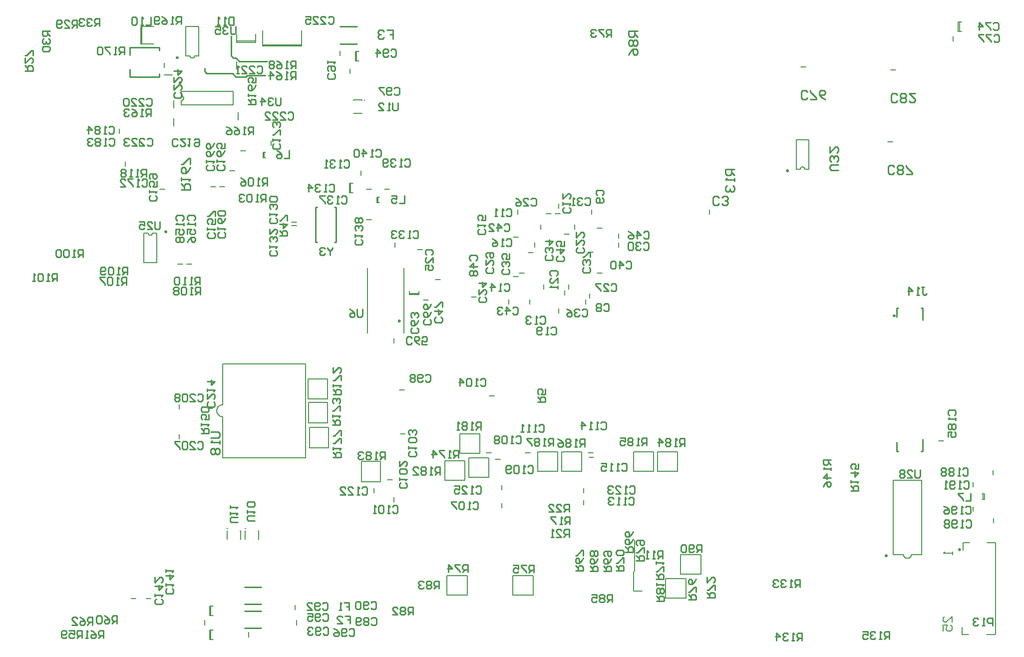
<source format=gbo>
%FSDAX44Y44*%
%MOIN*%
%SFA1B1*%

%IPPOS*%
%ADD62C,0.005000*%
%ADD63C,0.009840*%
%ADD64C,0.007870*%
%ADD71C,0.010000*%
%ADD124C,0.003940*%
%ADD126C,0.005910*%
%ADD127C,0.005910*%
%LNpcb1-1*%
%LPD*%
G54D62*
X00044708Y00034283D02*
X00045244D01*
X00044708D02*
X00044677Y00034315D01*
Y00034519*
Y00035582*
X00044724Y00035629*
Y00037669*
G54D63*
X00029049Y00052331D02*
D01*
X00029049Y00052334*
X00029048Y00052338*
X00029048Y00052341*
X00029047Y00052345*
X00029046Y00052348*
X00029044Y00052351*
X00029043Y00052354*
X00029041Y00052357*
X00029039Y00052360*
X00029037Y00052363*
X00029035Y00052365*
X00029032Y00052368*
X00029030Y00052370*
X00029027Y00052372*
X00029024Y00052374*
X00029021Y00052375*
X00029018Y00052377*
X00029015Y00052378*
X00029011Y00052379*
X00029008Y00052379*
X00029005Y00052380*
X00029001Y00052380*
X00028998*
X00028994Y00052380*
X00028991Y00052379*
X00028988Y00052379*
X00028984Y00052378*
X00028981Y00052377*
X00028978Y00052375*
X00028975Y00052374*
X00028972Y00052372*
X00028969Y00052370*
X00028967Y00052368*
X00028964Y00052365*
X00028962Y00052363*
X00028960Y00052360*
X00028958Y00052357*
X00028956Y00052354*
X00028955Y00052351*
X00028953Y00052348*
X00028952Y00052345*
X00028951Y00052341*
X00028951Y00052338*
X00028950Y00052334*
X00028950Y00052331*
X00028950Y00052328*
X00028951Y00052324*
X00028951Y00052321*
X00028952Y00052317*
X00028953Y00052314*
X00028955Y00052311*
X00028956Y00052308*
X00028958Y00052305*
X00028960Y00052302*
X00028962Y00052299*
X00028964Y00052297*
X00028967Y00052294*
X00028969Y00052292*
X00028972Y00052290*
X00028975Y00052288*
X00028978Y00052287*
X00028981Y00052285*
X00028984Y00052284*
X00028988Y00052283*
X00028991Y00052283*
X00028994Y00052282*
X00028998Y00052282*
X00029001*
X00029005Y00052282*
X00029008Y00052283*
X00029011Y00052283*
X00029015Y00052284*
X00029018Y00052285*
X00029021Y00052287*
X00029024Y00052288*
X00029027Y00052290*
X00029030Y00052292*
X00029032Y00052294*
X00029035Y00052297*
X00029037Y00052299*
X00029039Y00052302*
X00029041Y00052305*
X00029043Y00052308*
X00029044Y00052311*
X00029046Y00052314*
X00029047Y00052317*
X00029048Y00052321*
X00029048Y00052324*
X00029049Y00052328*
X00029049Y00052331*
X00014414Y00068233D02*
D01*
X00014414Y00068236*
X00014414Y00068240*
X00014413Y00068243*
X00014412Y00068247*
X00014411Y00068250*
X00014410Y00068253*
X00014408Y00068256*
X00014407Y00068259*
X00014405Y00068262*
X00014403Y00068265*
X00014400Y00068267*
X00014398Y00068270*
X00014395Y00068272*
X00014392Y00068274*
X00014390Y00068276*
X00014386Y00068277*
X00014383Y00068279*
X00014380Y00068280*
X00014377Y00068281*
X00014373Y00068281*
X00014370Y00068282*
X00014367Y00068282*
X00014363*
X00014360Y00068282*
X00014356Y00068281*
X00014353Y00068281*
X00014350Y00068280*
X00014346Y00068279*
X00014343Y00068277*
X00014340Y00068276*
X00014337Y00068274*
X00014335Y00068272*
X00014332Y00068270*
X00014330Y00068267*
X00014327Y00068265*
X00014325Y00068262*
X00014323Y00068259*
X00014321Y00068256*
X00014320Y00068253*
X00014319Y00068250*
X00014318Y00068247*
X00014317Y00068243*
X00014316Y00068240*
X00014316Y00068236*
X00014316Y00068233*
X00014316Y00068230*
X00014316Y00068226*
X00014317Y00068223*
X00014318Y00068219*
X00014319Y00068216*
X00014320Y00068213*
X00014321Y00068210*
X00014323Y00068207*
X00014325Y00068204*
X00014327Y00068201*
X00014330Y00068199*
X00014332Y00068196*
X00014335Y00068194*
X00014337Y00068192*
X00014340Y00068190*
X00014343Y00068189*
X00014346Y00068187*
X00014350Y00068186*
X00014353Y00068185*
X00014356Y00068185*
X00014360Y00068184*
X00014363Y00068184*
X00014367*
X00014370Y00068184*
X00014373Y00068185*
X00014377Y00068185*
X00014380Y00068186*
X00014383Y00068187*
X00014386Y00068189*
X00014390Y00068190*
X00014392Y00068192*
X00014395Y00068194*
X00014398Y00068196*
X00014400Y00068199*
X00014403Y00068201*
X00014405Y00068204*
X00014407Y00068207*
X00014408Y00068210*
X00014410Y00068213*
X00014411Y00068216*
X00014412Y00068219*
X00014413Y00068223*
X00014414Y00068226*
X00014414Y00068230*
X00014414Y00068233*
X00014225Y00069915D02*
D01*
X00014225Y00069918*
X00014225Y00069922*
X00014224Y00069925*
X00014223Y00069928*
X00014222Y00069932*
X00014221Y00069935*
X00014219Y00069938*
X00014218Y00069941*
X00014216Y00069944*
X00014214Y00069947*
X00014211Y00069949*
X00014209Y00069951*
X00014206Y00069954*
X00014203Y00069956*
X00014201Y00069958*
X00014197Y00069959*
X00014194Y00069961*
X00014191Y00069962*
X00014188Y00069963*
X00014184Y00069963*
X00014181Y00069964*
X00014178Y00069964*
X00014174*
X00014171Y00069964*
X00014167Y00069963*
X00014164Y00069963*
X00014161Y00069962*
X00014157Y00069961*
X00014154Y00069959*
X00014151Y00069958*
X00014148Y00069956*
X00014146Y00069954*
X00014143Y00069951*
X00014141Y00069949*
X00014138Y00069947*
X00014136Y00069944*
X00014134Y00069941*
X00014132Y00069938*
X00014131Y00069935*
X00014130Y00069932*
X00014129Y00069928*
X00014128Y00069925*
X00014127Y00069922*
X00014127Y00069918*
X00014127Y00069915*
X00014127Y00069911*
X00014127Y00069908*
X00014128Y00069905*
X00014129Y00069901*
X00014130Y00069898*
X00014131Y00069895*
X00014132Y00069892*
X00014134Y00069889*
X00014136Y00069886*
X00014138Y00069883*
X00014141Y00069881*
X00014143Y00069878*
X00014146Y00069876*
X00014148Y00069874*
X00014151Y00069872*
X00014154Y00069871*
X00014157Y00069869*
X00014161Y00069868*
X00014164Y00069867*
X00014167Y00069866*
X00014171Y00069866*
X00014174Y00069866*
X00014178*
X00014181Y00069866*
X00014184Y00069866*
X00014188Y00069867*
X00014191Y00069868*
X00014194Y00069869*
X00014197Y00069871*
X00014201Y00069872*
X00014203Y00069874*
X00014206Y00069876*
X00014209Y00069878*
X00014211Y00069881*
X00014214Y00069883*
X00014216Y00069886*
X00014218Y00069889*
X00014219Y00069892*
X00014221Y00069895*
X00014222Y00069898*
X00014223Y00069901*
X00014224Y00069905*
X00014225Y00069908*
X00014225Y00069911*
X00014225Y00069915*
X00013472Y00058284D02*
D01*
X00013472Y00058288*
X00013472Y00058291*
X00013471Y00058294*
X00013470Y00058298*
X00013469Y00058301*
X00013468Y00058304*
X00013467Y00058307*
X00013465Y00058310*
X00013463Y00058313*
X00013461Y00058316*
X00013458Y00058318*
X00013456Y00058321*
X00013453Y00058323*
X00013451Y00058325*
X00013448Y00058327*
X00013445Y00058328*
X00013442Y00058330*
X00013438Y00058331*
X00013435Y00058332*
X00013432Y00058333*
X00013428Y00058333*
X00013425Y00058333*
X00013421*
X00013418Y00058333*
X00013415Y00058333*
X00013411Y00058332*
X00013408Y00058331*
X00013405Y00058330*
X00013402Y00058328*
X00013399Y00058327*
X00013396Y00058325*
X00013393Y00058323*
X00013390Y00058321*
X00013388Y00058318*
X00013385Y00058316*
X00013383Y00058313*
X00013381Y00058310*
X00013380Y00058307*
X00013378Y00058304*
X00013377Y00058301*
X00013376Y00058298*
X00013375Y00058294*
X00013374Y00058291*
X00013374Y00058288*
X00013374Y00058284*
X00013374Y00058281*
X00013374Y00058277*
X00013375Y00058274*
X00013376Y00058271*
X00013377Y00058267*
X00013378Y00058264*
X00013380Y00058261*
X00013381Y00058258*
X00013383Y00058255*
X00013385Y00058252*
X00013388Y00058250*
X00013390Y00058248*
X00013393Y00058245*
X00013396Y00058243*
X00013399Y00058241*
X00013402Y00058240*
X00013405Y00058238*
X00013408Y00058237*
X00013411Y00058236*
X00013415Y00058236*
X00013418Y00058235*
X00013421Y00058235*
X00013425*
X00013428Y00058235*
X00013432Y00058236*
X00013435Y00058236*
X00013438Y00058237*
X00013442Y00058238*
X00013445Y00058240*
X00013448Y00058241*
X00013451Y00058243*
X00013453Y00058245*
X00013456Y00058248*
X00013458Y00058250*
X00013461Y00058252*
X00013463Y00058255*
X00013465Y00058258*
X00013467Y00058261*
X00013468Y00058264*
X00013469Y00058267*
X00013470Y00058271*
X00013471Y00058274*
X00013472Y00058277*
X00013472Y00058281*
X00013472Y00058284*
X00054969Y00062360D02*
D01*
X00054969Y00062364*
X00054969Y00062367*
X00054968Y00062370*
X00054967Y00062374*
X00054966Y00062377*
X00054965Y00062380*
X00054963Y00062383*
X00054962Y00062386*
X00054960Y00062389*
X00054958Y00062392*
X00054955Y00062394*
X00054953Y00062397*
X00054950Y00062399*
X00054948Y00062401*
X00054945Y00062403*
X00054942Y00062404*
X00054938Y00062406*
X00054935Y00062407*
X00054932Y00062408*
X00054929Y00062409*
X00054925Y00062409*
X00054922Y00062409*
X00054918*
X00054915Y00062409*
X00054911Y00062409*
X00054908Y00062408*
X00054905Y00062407*
X00054902Y00062406*
X00054898Y00062404*
X00054895Y00062403*
X00054892Y00062401*
X00054890Y00062399*
X00054887Y00062397*
X00054885Y00062394*
X00054882Y00062392*
X00054880Y00062389*
X00054878Y00062386*
X00054877Y00062383*
X00054875Y00062380*
X00054874Y00062377*
X00054873Y00062374*
X00054872Y00062370*
X00054871Y00062367*
X00054871Y00062364*
X00054871Y00062360*
X00054871Y00062357*
X00054871Y00062353*
X00054872Y00062350*
X00054873Y00062347*
X00054874Y00062343*
X00054875Y00062340*
X00054877Y00062337*
X00054878Y00062334*
X00054880Y00062331*
X00054882Y00062328*
X00054885Y00062326*
X00054887Y00062324*
X00054890Y00062321*
X00054892Y00062319*
X00054895Y00062317*
X00054898Y00062316*
X00054902Y00062314*
X00054905Y00062313*
X00054908Y00062312*
X00054911Y00062312*
X00054915Y00062311*
X00054918Y00062311*
X00054922*
X00054925Y00062311*
X00054929Y00062312*
X00054932Y00062312*
X00054935Y00062313*
X00054938Y00062314*
X00054942Y00062316*
X00054945Y00062317*
X00054948Y00062319*
X00054950Y00062321*
X00054953Y00062324*
X00054955Y00062326*
X00054958Y00062328*
X00054960Y00062331*
X00054962Y00062334*
X00054963Y00062337*
X00054965Y00062340*
X00054966Y00062343*
X00054967Y00062347*
X00054968Y00062350*
X00054969Y00062353*
X00054969Y00062357*
X00054969Y00062360*
X00062091Y00052681D02*
D01*
X00062090Y00052684*
X00062090Y00052688*
X00062089Y00052691*
X00062089Y00052695*
X00062088Y00052698*
X00062086Y00052701*
X00062085Y00052704*
X00062083Y00052707*
X00062081Y00052710*
X00062079Y00052713*
X00062077Y00052715*
X00062074Y00052718*
X00062072Y00052720*
X00062069Y00052722*
X00062066Y00052724*
X00062063Y00052725*
X00062060Y00052727*
X00062057Y00052728*
X00062053Y00052729*
X00062050Y00052729*
X00062046Y00052730*
X00062043Y00052730*
X00062040*
X00062036Y00052730*
X00062033Y00052729*
X00062029Y00052729*
X00062026Y00052728*
X00062023Y00052727*
X00062020Y00052725*
X00062017Y00052724*
X00062014Y00052722*
X00062011Y00052720*
X00062008Y00052718*
X00062006Y00052715*
X00062004Y00052713*
X00062001Y00052710*
X00062000Y00052707*
X00061998Y00052704*
X00061996Y00052701*
X00061995Y00052698*
X00061994Y00052695*
X00061993Y00052691*
X00061993Y00052688*
X00061992Y00052684*
X00061992Y00052681*
X00061992Y00052678*
X00061993Y00052674*
X00061993Y00052671*
X00061994Y00052667*
X00061995Y00052664*
X00061996Y00052661*
X00061998Y00052658*
X00062000Y00052655*
X00062001Y00052652*
X00062004Y00052649*
X00062006Y00052647*
X00062008Y00052644*
X00062011Y00052642*
X00062014Y00052640*
X00062017Y00052638*
X00062020Y00052637*
X00062023Y00052635*
X00062026Y00052634*
X00062029Y00052633*
X00062033Y00052633*
X00062036Y00052632*
X00062040Y00052632*
X00062043*
X00062046Y00052632*
X00062050Y00052633*
X00062053Y00052633*
X00062057Y00052634*
X00062060Y00052635*
X00062063Y00052637*
X00062066Y00052638*
X00062069Y00052640*
X00062072Y00052642*
X00062074Y00052644*
X00062077Y00052647*
X00062079Y00052649*
X00062081Y00052652*
X00062083Y00052655*
X00062085Y00052658*
X00062086Y00052661*
X00062088Y00052664*
X00062089Y00052667*
X00062089Y00052671*
X00062090Y00052674*
X00062090Y00052678*
X00062091Y00052681*
X00061566Y00036657D02*
D01*
X00061566Y00036660*
X00061566Y00036664*
X00061565Y00036667*
X00061564Y00036671*
X00061563Y00036674*
X00061562Y00036677*
X00061560Y00036680*
X00061559Y00036683*
X00061557Y00036686*
X00061554Y00036689*
X00061552Y00036691*
X00061550Y00036694*
X00061547Y00036696*
X00061544Y00036698*
X00061541Y00036700*
X00061538Y00036701*
X00061535Y00036703*
X00061532Y00036704*
X00061529Y00036705*
X00061525Y00036705*
X00061522Y00036706*
X00061519Y00036706*
X00061515*
X00061512Y00036706*
X00061508Y00036705*
X00061505Y00036705*
X00061502Y00036704*
X00061498Y00036703*
X00061495Y00036701*
X00061492Y00036700*
X00061489Y00036698*
X00061487Y00036696*
X00061484Y00036694*
X00061481Y00036691*
X00061479Y00036689*
X00061477Y00036686*
X00061475Y00036683*
X00061473Y00036680*
X00061472Y00036677*
X00061471Y00036674*
X00061470Y00036671*
X00061469Y00036667*
X00061468Y00036664*
X00061468Y00036660*
X00061468Y00036657*
X00061468Y00036654*
X00061468Y00036650*
X00061469Y00036647*
X00061470Y00036643*
X00061471Y00036640*
X00061472Y00036637*
X00061473Y00036634*
X00061475Y00036631*
X00061477Y00036628*
X00061479Y00036625*
X00061481Y00036623*
X00061484Y00036620*
X00061487Y00036618*
X00061489Y00036616*
X00061492Y00036614*
X00061495Y00036613*
X00061498Y00036611*
X00061502Y00036610*
X00061505Y00036609*
X00061508Y00036609*
X00061512Y00036608*
X00061515Y00036608*
X00061519*
X00061522Y00036608*
X00061525Y00036609*
X00061529Y00036609*
X00061532Y00036610*
X00061535Y00036611*
X00061538Y00036613*
X00061541Y00036614*
X00061544Y00036616*
X00061547Y00036618*
X00061550Y00036620*
X00061552Y00036623*
X00061554Y00036625*
X00061557Y00036628*
X00061559Y00036631*
X00061560Y00036634*
X00061562Y00036637*
X00061563Y00036640*
X00061564Y00036643*
X00061565Y00036647*
X00061566Y00036650*
X00061566Y00036654*
X00061566Y00036657*
X00066449Y00037075D02*
D01*
X00066449Y00037079*
X00066448Y00037082*
X00066448Y00037085*
X00066447Y00037089*
X00066446Y00037092*
X00066444Y00037095*
X00066443Y00037098*
X00066441Y00037101*
X00066439Y00037104*
X00066437Y00037107*
X00066435Y00037109*
X00066432Y00037112*
X00066430Y00037114*
X00066427Y00037116*
X00066424Y00037118*
X00066421Y00037119*
X00066418Y00037121*
X00066415Y00037122*
X00066411Y00037123*
X00066408Y00037124*
X00066405Y00037124*
X00066401Y00037124*
X00066398*
X00066394Y00037124*
X00066391Y00037124*
X00066388Y00037123*
X00066384Y00037122*
X00066381Y00037121*
X00066378Y00037119*
X00066375Y00037118*
X00066372Y00037116*
X00066369Y00037114*
X00066367Y00037112*
X00066364Y00037109*
X00066362Y00037107*
X00066360Y00037104*
X00066358Y00037101*
X00066356Y00037098*
X00066355Y00037095*
X00066353Y00037092*
X00066352Y00037089*
X00066351Y00037085*
X00066351Y00037082*
X00066350Y00037079*
X00066350Y00037075*
X00066350Y00037072*
X00066351Y00037068*
X00066351Y00037065*
X00066352Y00037062*
X00066353Y00037058*
X00066355Y00037055*
X00066356Y00037052*
X00066358Y00037049*
X00066360Y00037046*
X00066362Y00037043*
X00066364Y00037041*
X00066367Y00037039*
X00066369Y00037036*
X00066372Y00037034*
X00066375Y00037032*
X00066378Y00037031*
X00066381Y00037029*
X00066384Y00037028*
X00066388Y00037027*
X00066391Y00037027*
X00066394Y00037026*
X00066398Y00037026*
X00066401*
X00066405Y00037026*
X00066408Y00037027*
X00066411Y00037027*
X00066415Y00037028*
X00066418Y00037029*
X00066421Y00037031*
X00066424Y00037032*
X00066427Y00037034*
X00066430Y00037036*
X00066432Y00037039*
X00066435Y00037041*
X00066437Y00037043*
X00066439Y00037046*
X00066441Y00037049*
X00066443Y00037052*
X00066444Y00037055*
X00066446Y00037058*
X00066447Y00037062*
X00066448Y00037065*
X00066448Y00037068*
X00066449Y00037072*
X00066449Y00037075*
G54D64*
X00032192Y00034024D02*
X00033552D01*
Y00035306*
X00032192*
Y00034586*
Y00034744D02*
Y00034024D01*
X00036592D02*
Y00034744D01*
Y00034586D02*
Y00035306D01*
X00037952*
Y00034024*
X00036592*
X00046792Y00033824D02*
X00048152D01*
Y00035106*
X00046792*
Y00034386*
Y00033824D02*
Y00034544D01*
X00047792Y00035424D02*
X00049152D01*
Y00036706*
X00047792*
Y00035986*
Y00036144D02*
Y00035424D01*
X00041330Y00040042D02*
Y00040357D01*
Y00040842D02*
Y00041157D01*
X00041695Y00043204D02*
X00042010D01*
X00041957Y00043530D02*
X00041642D01*
X00044647Y00043575D02*
X00046007D01*
Y00042855*
Y00043013D02*
Y00042293D01*
X00044647*
Y00043575*
X00046247D02*
X00047607D01*
Y00042855*
Y00043013D02*
Y00042293D01*
X00046247*
Y00043575*
X00041469Y00053442D02*
Y00053757D01*
X00041730Y00053842D02*
Y00054157D01*
X00049730Y00059442D02*
Y00059757D01*
X00055511Y00062461D02*
Y00064429D01*
X00056377*
Y00062461*
X00056088*
X00056088D02*
D01*
X00056088Y00062471*
X00056087Y00062481*
X00056085Y00062491*
X00056082Y00062500*
X00056079Y00062510*
X00056076Y00062519*
X00056071Y00062528*
X00056066Y00062537*
X00056060Y00062545*
X00056054Y00062553*
X00056047Y00062561*
X00056040Y00062568*
X00056033Y00062574*
X00056024Y00062580*
X00056016Y00062586*
X00056007Y00062590*
X00055998Y00062594*
X00055988Y00062598*
X00055979Y00062601*
X00055969Y00062603*
X00055959Y00062604*
X00055949Y00062605*
X00055939*
X00055929Y00062604*
X00055919Y00062603*
X00055909Y00062601*
X00055899Y00062598*
X00055890Y00062594*
X00055880Y00062590*
X00055871Y00062586*
X00055863Y00062580*
X00055855Y00062574*
X00055847Y00062568*
X00055840Y00062561*
X00055833Y00062553*
X00055827Y00062545*
X00055821Y00062537*
X00055816Y00062528*
X00055812Y00062519*
X00055808Y00062510*
X00055805Y00062500*
X00055802Y00062491*
X00055801Y00062481*
X00055800Y00062471*
X00055799Y00062461*
X00055511D01*
X00061642Y00064269D02*
X00061957D01*
X00061842Y00069069D02*
X00062157D01*
X00065989Y00071015D02*
Y00071330D01*
X00066340Y00071658D02*
X00066576D01*
X00066415D02*
Y00072288D01*
X00066340D02*
X00066576D01*
X00066340D02*
Y00071658D01*
X00056157Y00069269D02*
X00055842D01*
X00043669Y00058157D02*
Y00057842D01*
Y00057557D02*
Y00057242D01*
X00041957Y00056930D02*
X00041642D01*
X00042242Y00055530D02*
X00042557D01*
Y00058530D02*
X00042242D01*
X00041869Y00059442D02*
Y00059757D01*
X00040730Y00058757D02*
Y00058442D01*
X00040357Y00058130D02*
X00040042D01*
X00039757Y00059469D02*
X00039442D01*
X00039157D02*
X00038842D01*
X00038469Y00058757D02*
Y00058442D01*
X00038069Y00057557D02*
Y00057242D01*
X00037957Y00056869D02*
X00037642D01*
X00037357Y00055530D02*
X00037042D01*
X00036957Y00055269D02*
X00036642D01*
Y00057930D02*
X00036957D01*
X00036930Y00059442D02*
Y00059757D01*
X00039669Y00059842D02*
Y00060157D01*
X00040330Y00054757D02*
Y00054442D01*
X00040069Y00054357D02*
Y00054042D01*
X00039669Y00053157D02*
Y00052842D01*
X00037730Y00053442D02*
Y00053757D01*
X00036330D02*
Y00053442D01*
X00038669Y00054442D02*
Y00054757D01*
X00035357Y00047330D02*
X00035042D01*
X00035157Y00043530D02*
X00034842D01*
X00035007Y00043175D02*
Y00042455D01*
Y00042613D02*
Y00041893D01*
X00033647*
Y00043175*
X00035007*
X00035442Y00043069D02*
X00035757D01*
X00035869Y00041357D02*
Y00041042D01*
Y00040157D02*
Y00039842D01*
X00038247Y00042293D02*
Y00043575D01*
X00039607*
Y00042855*
Y00043013D02*
Y00042293D01*
X00038247*
X00039847D02*
Y00043575D01*
X00041207*
Y00042855*
Y00043013D02*
Y00042293D01*
X00039847*
X00037757Y00043530D02*
X00037442D01*
X00034157Y00053930D02*
X00033842D01*
X00030957Y00053730D02*
X00030642D01*
X00030315Y00054081D02*
Y00054318D01*
Y00054156D02*
X00029685D01*
Y00054081D02*
Y00054318D01*
Y00054081D02*
X00030315D01*
X00029315Y00051524D02*
Y00055855D01*
X00028730Y00057242D02*
Y00057557D01*
X00030242Y00057069D02*
X00030557D01*
X00031442Y00055069D02*
X00031757D01*
X00028357Y00061130D02*
X00028042D01*
X00028669Y00051157D02*
Y00050842D01*
X00029042Y00047730D02*
X00029357D01*
X00029410Y00044779D02*
X00029095D01*
X00027775Y00042952D02*
X00026493D01*
Y00041592*
X00027213*
X00027055D02*
X00027775D01*
Y00042952*
X00028242Y00041730D02*
X00028557D01*
X00032047Y00041693D02*
X00033407D01*
Y00042413*
Y00042255D02*
Y00042975D01*
X00032047*
Y00041693*
X00033047Y00043493D02*
X00034407D01*
Y00044213*
Y00044055D02*
Y00044775D01*
X00033047*
Y00043493*
X00028669Y00040557D02*
Y00040242D01*
X00024306Y00043847D02*
Y00045207D01*
X00023586*
X00023744D02*
X00023024D01*
Y00043847*
X00024306*
X00024227Y00045516D02*
Y00046876D01*
X00023507*
X00023665D02*
X00022945D01*
Y00045516*
X00024227*
X00024219Y00047099D02*
Y00048459D01*
X00023500*
X00023657D02*
X00022937D01*
Y00047099*
X00024219*
X00022746Y00043192D02*
Y00049463D01*
X00017234*
X00017233Y00046757*
X00017234Y00046726D02*
D01*
X00017206Y00046725*
X00017178Y00046722*
X00017151Y00046718*
X00017124Y00046711*
X00017098Y00046702*
X00017072Y00046692*
X00017047Y00046680*
X00017023Y00046666*
X00016999Y00046650*
X00016978Y00046633*
X00016957Y00046614*
X00016937Y00046594*
X00016920Y00046573*
X00016903Y00046550*
X00016888Y00046527*
X00016875Y00046502*
X00016864Y00046477*
X00016855Y00046451*
X00016847Y00046424*
X00016841Y00046397*
X00016837Y00046369*
X00016835Y00046341*
Y00046313*
X00016837Y00046286*
X00016841Y00046258*
X00016847Y00046231*
X00016855Y00046204*
X00016864Y00046178*
X00016875Y00046152*
X00016888Y00046128*
X00016903Y00046104*
X00016920Y00046082*
X00016937Y00046060*
X00016957Y00046040*
X00016978Y00046022*
X00016999Y00046005*
X00017023Y00045989*
X00017047Y00045975*
X00017072Y00045963*
X00017098Y00045952*
X00017124Y00045944*
X00017151Y00045937*
X00017178Y00045932*
X00017206Y00045929*
X00017234Y00045928*
X00017233Y00045907D02*
X00017234Y00043192D01*
X00022746*
X00027330Y00041157D02*
Y00040842D01*
X00022069Y00033357D02*
Y00033042D01*
X00022151Y00032335D02*
Y00032020D01*
X00019622Y00037764D02*
Y00038315D01*
X00019603*
Y00037764D02*
X00019622D01*
X00018737D02*
X00018717D01*
Y00038315*
X00018737*
X00018422D02*
X00018403D01*
X00018422D02*
Y00037764D01*
X00018403*
X00017537D02*
X00017517D01*
Y00038315*
X00017537*
X00016600Y00033292D02*
X00016363D01*
Y00032663*
X00016600*
X00016438D02*
Y00033292D01*
X00016012Y00032335D02*
Y00032020D01*
X00016363Y00031692D02*
X00016600D01*
X00016438D02*
Y00031063D01*
X00016363D02*
X00016600D01*
X00016363D02*
Y00031692D01*
X00018951Y00031535D02*
Y00031220D01*
X00012433Y00033770D02*
X00012118D01*
X00011433D02*
X00011118D01*
X00014330Y00044442D02*
Y00044757D01*
Y00046442D02*
Y00046757D01*
X00016242Y00046469D02*
X00016557D01*
X00026885Y00051524D02*
Y00055855D01*
X00026842Y00059069D02*
X00027157D01*
X00027521Y00060203D02*
Y00060596D01*
X00027678*
X00027596D02*
Y00060203D01*
X00027521D02*
X00027678D01*
X00027157Y00061130D02*
X00026842D01*
X00025918Y00060885D02*
X00025681D01*
Y00061515*
X00025918*
X00025756D02*
Y00060885D01*
X00025530Y00060557D02*
Y00060242D01*
X00022157Y00058930D02*
X00021842D01*
Y00058669D02*
X00022157D01*
X00026469Y00062042D02*
Y00062357D01*
X00026515Y00066177D02*
Y00066196D01*
Y00066177D02*
X00025964D01*
Y00066196*
Y00067063D02*
Y00067082D01*
X00026515*
Y00067063*
X00025730Y00068842D02*
Y00069157D01*
X00026081Y00069685D02*
X00026318D01*
X00026156D02*
Y00070315D01*
X00026081D02*
X00026318D01*
X00026081D02*
Y00069685D01*
X00025069Y00070042D02*
Y00070357D01*
X00022499Y00070688D02*
Y00071711D01*
Y00070763D02*
X00019900D01*
Y00070688D02*
Y00071711D01*
X00019429Y00071475D02*
Y00070924D01*
X00018170*
Y00071475*
Y00070999D02*
X00019429D01*
X00019900Y00070688D02*
X00022499D01*
X00018148Y00069655D02*
Y00069144D01*
X00015633Y00070015D02*
Y00071984D01*
X00014766*
Y00070015*
X00015055*
Y00070015D02*
D01*
X00015055Y00070005*
X00015057Y00069995*
X00015058Y00069985*
X00015061Y00069975*
X00015064Y00069966*
X00015068Y00069956*
X00015072Y00069947*
X00015077Y00069939*
X00015083Y00069930*
X00015089Y00069922*
X00015096Y00069915*
X00015103Y00069908*
X00015111Y00069901*
X00015119Y00069895*
X00015127Y00069890*
X00015136Y00069885*
X00015145Y00069881*
X00015155Y00069878*
X00015165Y00069875*
X00015174Y00069873*
X00015184Y00069872*
X00015194Y00069871*
X00015205*
X00015215Y00069872*
X00015225Y00069873*
X00015234Y00069875*
X00015244Y00069878*
X00015254Y00069881*
X00015263Y00069885*
X00015272Y00069890*
X00015280Y00069895*
X00015288Y00069901*
X00015296Y00069908*
X00015303Y00069915*
X00015310Y00069922*
X00015316Y00069930*
X00015322Y00069939*
X00015327Y00069947*
X00015331Y00069956*
X00015335Y00069966*
X00015338Y00069975*
X00015341Y00069985*
X00015342Y00069995*
X00015344Y00070005*
X00015344Y00070015*
Y00070015D02*
X00015633D01*
X00014477Y00067642D02*
X00017922D01*
Y00066757*
X00014477*
Y00067052*
D01*
X00014487Y00067052*
X00014498Y00067053*
X00014508Y00067055*
X00014518Y00067058*
X00014528Y00067061*
X00014537Y00067065*
X00014546Y00067069*
X00014555Y00067074*
X00014564Y00067080*
X00014572Y00067086*
X00014580Y00067093*
X00014587Y00067101*
X00014593Y00067109*
X00014599Y00067117*
X00014605Y00067126*
X00014610Y00067135*
X00014614Y00067144*
X00014617Y00067154*
X00014620Y00067164*
X00014622Y00067174*
X00014624Y00067184*
X00014625Y00067194*
Y00067205*
X00014624Y00067215*
X00014622Y00067225*
X00014620Y00067235*
X00014617Y00067245*
X00014614Y00067255*
X00014610Y00067264*
X00014605Y00067273*
X00014599Y00067282*
X00014593Y00067290*
X00014587Y00067298*
X00014580Y00067306*
X00014572Y00067313*
X00014564Y00067319*
X00014555Y00067325*
X00014546Y00067330*
X00014537Y00067334*
X00014528Y00067338*
X00014518Y00067341*
X00014508Y00067344*
X00014498Y00067346*
X00014487Y00067347*
X00014477Y00067347*
Y00067642D01*
X00018252Y00066255D02*
Y00065744D01*
X00018442Y00063669D02*
X00018757D01*
X00019921Y00063596D02*
X00020078D01*
X00019996D02*
Y00063203D01*
X00019921D02*
Y00063596D01*
Y00063203D02*
X00020078D01*
X00020469Y00064042D02*
Y00064357D01*
X00018017Y00062340D02*
X00017702D01*
X00017357Y00061269D02*
X00017042D01*
X00016757D02*
X00016442D01*
X00015157Y00056130D02*
X00014842D01*
X00014557D02*
X00014242D01*
X00013948Y00065344D02*
Y00065855D01*
Y00066544D02*
Y00067055D01*
X00011669Y00064357D02*
Y00064042D01*
X00010730Y00062957D02*
Y00062642D01*
X00010330Y00064842D02*
Y00065157D01*
X00013042Y00061130D02*
X00013357D01*
X00012833Y00058184D02*
Y00056215D01*
X00011966*
Y00058184*
X00012255*
Y00058184D02*
D01*
X00012255Y00058174*
X00012257Y00058164*
X00012258Y00058154*
X00012261Y00058144*
X00012264Y00058134*
X00012268Y00058125*
X00012272Y00058116*
X00012277Y00058107*
X00012283Y00058099*
X00012289Y00058091*
X00012296Y00058083*
X00012303Y00058076*
X00012311Y00058070*
X00012319Y00058064*
X00012327Y00058059*
X00012336Y00058054*
X00012345Y00058050*
X00012355Y00058046*
X00012365Y00058044*
X00012374Y00058042*
X00012384Y00058040*
X00012394Y00058039*
X00012405*
X00012415Y00058040*
X00012425Y00058042*
X00012434Y00058044*
X00012444Y00058046*
X00012454Y00058050*
X00012463Y00058054*
X00012472Y00058059*
X00012480Y00058064*
X00012488Y00058070*
X00012496Y00058076*
X00012503Y00058083*
X00012510Y00058091*
X00012516Y00058099*
X00012522Y00058107*
X00012527Y00058116*
X00012531Y00058125*
X00012535Y00058134*
X00012538Y00058144*
X00012541Y00058154*
X00012542Y00058164*
X00012544Y00058174*
X00012544Y00058184*
X00012544Y00058184D02*
X00012833D01*
X00013344Y00068748D02*
X00013855D01*
X00013330Y00069242D02*
Y00069557D01*
X00012633Y00070809D02*
X00011766D01*
Y00071990*
X00012633*
X00011841D02*
Y00070809D01*
X00066605Y00031884D02*
Y00031392D01*
X00067039*
X00068220D02*
X00068810D01*
X00068839Y00031400D02*
Y00037500D01*
X00068270Y00037508*
X00067089D02*
X00066655D01*
Y00037016*
X00063889Y00036716D02*
Y00041677D01*
X00061999*
Y00036716*
X00062694*
D01*
X00062695Y00036699*
X00062696Y00036681*
X00062699Y00036664*
X00062704Y00036647*
X00062709Y00036630*
X00062716Y00036614*
X00062723Y00036599*
X00062732Y00036584*
X00062742Y00036569*
X00062752Y00036555*
X00062764Y00036542*
X00062777Y00036530*
X00062790Y00036519*
X00062804Y00036509*
X00062819Y00036499*
X00062834Y00036491*
X00062850Y00036484*
X00062867Y00036478*
X00062884Y00036473*
X00062901Y00036470*
X00062918Y00036467*
X00062935Y00036466*
X00062953*
X00062970Y00036467*
X00062987Y00036470*
X00063004Y00036473*
X00063021Y00036478*
X00063038Y00036484*
X00063054Y00036491*
X00063069Y00036499*
X00063084Y00036509*
X00063098Y00036519*
X00063111Y00036530*
X00063124Y00036542*
X00063136Y00036555*
X00063146Y00036569*
X00063156Y00036584*
X00063165Y00036599*
X00063172Y00036614*
X00063179Y00036630*
X00063184Y00036647*
X00063189Y00036664*
X00063192Y00036681*
X00063193Y00036699*
X00063194Y00036716*
X00063889D01*
X00067330Y00039600D02*
Y00039915D01*
X00067921Y00040403D02*
X00068078D01*
Y00040796*
X00067921*
X00068003D02*
Y00040403D01*
X00067330Y00041242D02*
Y00041557D01*
X00065357Y00044330D02*
X00065042D01*
X00068685Y00039152D02*
Y00038837D01*
X00068669Y00042042D02*
Y00042357D01*
G54D71*
X00028564Y00032700D02*
X00028905D01*
X00028564Y00033041*
Y00033127*
X00028650Y00033212*
X00028820*
X00028905Y00033127*
X00029076D02*
Y00033041D01*
X00029161Y00032956*
X00029076Y00032871*
Y00032786*
X00029161Y00032700*
X00029332*
X00029417Y00032786*
Y00032871*
X00029332Y00032956*
X00029417Y00033041*
Y00033127*
X00029332Y00033212*
X00029161*
X00029076Y00033127*
X00029161Y00032956D02*
X00029332D01*
X00029588D02*
X00029673Y00032871D01*
X00029929*
Y00032700D02*
Y00033212D01*
X00029673*
X00029588Y00033127*
Y00032956*
X00029758Y00032871D02*
X00029588Y00032700D01*
X00030390Y00034440D02*
X00030560D01*
X00030646Y00034526*
X00030816D02*
X00030901Y00034440D01*
X00031072*
X00031157Y00034526*
Y00034611*
X00031072Y00034696*
X00031157Y00034782*
Y00034867*
X00031072Y00034952*
X00030901*
X00030816Y00034867*
Y00034782*
X00030901Y00034696*
X00030816Y00034611*
Y00034526*
X00030901Y00034696D02*
X00031072D01*
X00031328D02*
X00031413Y00034611D01*
X00031669*
X00031498D02*
X00031328Y00034440D01*
X00031669D02*
Y00034952D01*
X00031413*
X00031328Y00034867*
Y00034696*
X00030646Y00034867D02*
X00030560Y00034952D01*
X00030390*
X00030304Y00034867*
Y00034782*
X00030390Y00034696*
X00030475*
X00030390*
X00030304Y00034611*
Y00034526*
X00030390Y00034440*
X00036635Y00035589D02*
X00036720Y00035503D01*
X00036891*
X00036976Y00035589*
Y00035759D02*
X00036806Y00035845D01*
X00036720*
X00036635Y00035759*
Y00035589*
Y00036015D02*
X00036976D01*
Y00035759*
X00037147Y00035930D02*
X00037488Y00035589D01*
Y00035503*
X00037658D02*
X00037829Y00035674D01*
X00037744D02*
X00038000D01*
Y00035503D02*
Y00036015D01*
X00037744*
X00037658Y00035930*
Y00035759*
X00037744Y00035674*
X00037488Y00036015D02*
X00037147D01*
Y00035930*
X00040779Y00035978D02*
X00040950Y00035808D01*
Y00035893D02*
Y00035637D01*
X00040779D02*
X00041291D01*
Y00035893*
X00041205Y00035978*
X00041035*
X00040950Y00035893*
X00041035Y00036149D02*
X00040864D01*
X00040779Y00036234*
Y00036405*
X00040864Y00036490*
X00040950*
X00041035Y00036405*
Y00036149*
X00041205Y00036320*
X00041291Y00036490*
Y00036661D02*
Y00037002D01*
X00041205*
X00040864Y00036661*
X00040779*
X00040346Y00037897D02*
Y00038409D01*
X00040090*
X00040005Y00038324*
Y00038153*
X00040090Y00038068*
X00040346*
X00040175D02*
X00040005Y00037897D01*
X00039834D02*
X00039493Y00038238D01*
Y00038324*
X00039579Y00038409*
X00039749*
X00039834Y00038324*
Y00037897D02*
X00039493D01*
X00039323D02*
X00039152D01*
X00039237*
Y00038409*
X00039323Y00038324*
X00039471Y00038732D02*
Y00038817D01*
X00039130Y00039158*
Y00039243*
X00039471*
X00039812D02*
X00039897Y00039158D01*
X00040068D02*
Y00038988D01*
X00040153Y00038902*
X00040409*
Y00038732D02*
Y00039243D01*
X00040153*
X00040068Y00039158*
X00039812Y00039243D02*
Y00038732D01*
X00039727*
X00039897*
X00040068D02*
X00040238Y00038902D01*
X00040346Y00039566D02*
Y00040078D01*
X00040090*
X00040005Y00039993*
Y00039822*
X00040090Y00039737*
X00040346*
X00040175D02*
X00040005Y00039566D01*
X00039834D02*
X00039493Y00039908D01*
Y00039993*
X00039579Y00040078*
X00039749*
X00039834Y00039993*
Y00039566D02*
X00039493D01*
X00039323D02*
X00038982Y00039908D01*
Y00039993*
X00039067Y00040078*
X00039237*
X00039323Y00039993*
Y00039566D02*
X00038982D01*
X00041864Y00034054D02*
X00042205D01*
Y00033799*
X00042034Y00033884*
X00041949*
X00041864Y00033799*
Y00033628*
X00041949Y00033543*
X00042119*
X00042205Y00033628*
X00042375D02*
X00042460Y00033543D01*
X00042631*
X00042716Y00033628*
Y00033713*
X00042631Y00033799*
X00042716Y00033884*
Y00033969*
X00042631Y00034054*
X00042460*
X00042375Y00033969*
Y00033884*
X00042460Y00033799*
X00042375Y00033713*
Y00033628*
X00042460Y00033799D02*
X00042631D01*
X00042887D02*
X00042972Y00033713D01*
X00043228*
Y00033543D02*
Y00034054D01*
X00042972*
X00042887Y00033969*
Y00033799*
X00043057Y00033713D02*
X00042887Y00033543D01*
X00046181Y00033614D02*
X00046692D01*
Y00033870*
X00046607Y00033955*
X00046436*
X00046351Y00033870*
Y00033614*
Y00033784D02*
X00046181Y00033955D01*
Y00034211D02*
X00046266Y00034125D01*
X00046351*
X00046436Y00034211*
X00046522Y00034125*
X00046607*
X00046692Y00034211*
Y00034381*
X00046607Y00034466*
X00046522*
X00046436Y00034381*
X00046351Y00034466*
X00046266*
X00046181Y00034381*
Y00034211*
X00046436D02*
Y00034381D01*
X00048315Y00034220D02*
X00048400D01*
X00048741Y00034561*
X00048826*
Y00034220*
Y00033964D02*
X00048741Y00034049D01*
X00048570*
X00048485Y00033964*
Y00033708*
X00048315D02*
X00048826D01*
Y00033964*
X00048485Y00033879D02*
X00048315Y00034049D01*
X00049566Y00034175D02*
X00049737Y00034005D01*
Y00034090D02*
Y00033834D01*
X00049566D02*
X00050078D01*
Y00034090*
X00049993Y00034175*
X00049822*
X00049737Y00034090*
X00049652Y00034346D02*
X00049566D01*
X00049652D02*
X00049993Y00034687D01*
X00050078*
Y00034346*
X00054200Y00031488D02*
X00054455Y00031232D01*
X00054114*
X00054200Y00030976D02*
Y00031488D01*
X00054711D02*
X00054626Y00031402D01*
Y00031317*
X00054711Y00031232*
X00054796*
X00054711*
X00054626Y00031146*
Y00031061*
X00054711Y00030976*
X00054882*
X00054967Y00031061*
X00055223Y00030976D02*
X00055308D01*
Y00031488*
X00055393Y00031402*
X00055564D02*
Y00031232D01*
X00055649Y00031146*
X00055905*
Y00030976D02*
Y00031488D01*
X00055649*
X00055564Y00031402*
X00055735Y00031146D02*
X00055564Y00030976D01*
X00055393D02*
X00055223D01*
X00054967Y00031402D02*
X00054882Y00031488D01*
X00054711*
X00059949Y00031590D02*
X00060290D01*
Y00031334*
X00060119Y00031419*
X00060034*
X00059949Y00031334*
Y00031164*
X00060034Y00031078*
X00060205*
X00060290Y00031164*
X00060461D02*
X00060546Y00031078D01*
X00060716*
X00060802Y00031164*
X00061058Y00031078D02*
X00061143D01*
Y00031590*
X00061228Y00031505*
X00061399D02*
Y00031334D01*
X00061484Y00031249*
X00061740*
Y00031078D02*
Y00031590D01*
X00061484*
X00061399Y00031505*
Y00031078D02*
X00061569Y00031249D01*
X00067335Y00032061D02*
X00067420Y00031976D01*
X00067590*
X00067676Y00032061*
X00067932Y00031976D02*
X00068017D01*
Y00032488*
X00068102Y00032402*
X00068273D02*
Y00032232D01*
X00068358Y00032146*
X00068614*
Y00031976D02*
Y00032488D01*
X00068358*
X00068273Y00032402*
X00068102Y00031976D02*
X00067932D01*
X00067676Y00032402D02*
X00067590Y00032488D01*
X00067420*
X00067335Y00032402*
Y00032317*
X00067420Y00032232*
X00067505*
X00067420*
X00067335Y00032146*
Y00032061*
X00067189Y00038612D02*
X00067103Y00038527D01*
X00066933*
X00066847Y00038612*
X00066677Y00038527D02*
X00066506D01*
X00066592*
Y00039039*
X00066677Y00038953*
X00066847D02*
X00066933Y00039039D01*
X00067103*
X00067189Y00038953*
Y00038612*
X00066251D02*
X00066165Y00038527D01*
X00065995*
X00065909Y00038612*
Y00038953*
X00065995Y00039039*
X00066165*
X00066251Y00038953*
Y00038868*
X00066165Y00038783*
X00065909*
X00065739Y00038698D02*
X00065654Y00038783D01*
X00065739Y00038868*
Y00038953*
X00065654Y00039039*
X00065483*
X00065398Y00038953*
Y00038868*
X00065483Y00038783*
X00065398Y00038698*
Y00038612*
X00065483Y00038527*
X00065654*
X00065739Y00038612*
Y00038698*
X00065654Y00038783D02*
X00065483D01*
X00065459Y00039448D02*
X00065374Y00039534D01*
Y00039619*
X00065459Y00039704*
X00065715*
Y00039534*
X00065630Y00039448*
X00065459*
X00065545Y00039875D02*
X00065715Y00039704D01*
X00065886D02*
X00066142D01*
X00066227Y00039789*
Y00039875*
X00066142Y00039960*
X00065971*
X00065886Y00039875*
Y00039534*
X00065971Y00039448*
X00066142*
X00066227Y00039534*
X00066483Y00039448D02*
X00066568D01*
Y00039960*
X00066653Y00039875*
X00066824D02*
X00066909Y00039960D01*
X00067080*
X00067165Y00039875*
Y00039534*
X00067080Y00039448*
X00066909*
X00066824Y00039534*
X00066653Y00039448D02*
X00066483D01*
X00066653Y00040315D02*
Y00040400D01*
X00066312Y00040741*
Y00040826*
X00066653*
X00066527Y00041126D02*
X00066357D01*
X00066442*
Y00041637*
X00066527Y00041552*
X00066698D02*
X00066783Y00041637D01*
X00066954*
X00067039Y00041552*
Y00041211*
X00066954Y00041126*
X00066783*
X00066698Y00041211*
X00066101D02*
X00066016Y00041126D01*
X00065845*
X00065760Y00041211*
Y00041552*
X00065845Y00041637*
X00066016*
X00066101Y00041552*
Y00041467*
X00066016Y00041381*
X00065760*
X00065589Y00041552D02*
X00065504Y00041637D01*
Y00041126*
X00065419*
X00065589*
X00065545Y00039875D02*
X00065374Y00039960D01*
X00066824Y00040315D02*
X00067165D01*
Y00040826*
X00066976Y00042077D02*
X00066891Y00041992D01*
X00066720*
X00066635Y00042077*
X00066464Y00041992D02*
X00066294D01*
X00066379*
Y00042503*
X00066464Y00042418*
X00066635D02*
X00066720Y00042503D01*
X00066891*
X00066976Y00042418*
Y00042077*
X00066038D02*
Y00042162D01*
X00065953Y00042247*
X00066038Y00042333*
Y00042418*
X00065953Y00042503*
X00065782*
X00065697Y00042418*
Y00042333*
X00065782Y00042247*
X00065697Y00042162*
Y00042077*
X00065782Y00041992*
X00065953*
X00066038Y00042077*
X00065953Y00042247D02*
X00065782D01*
X00065526Y00042162D02*
X00065441Y00042247D01*
X00065526Y00042333*
Y00042418*
X00065441Y00042503*
X00065270*
X00065185Y00042418*
Y00042333*
X00065270Y00042247*
X00065185Y00042162*
Y00042077*
X00065270Y00041992*
X00065441*
X00065526Y00042077*
Y00042162*
X00065441Y00042247D02*
X00065270D01*
X00063779Y00042369D02*
Y00041943D01*
X00063694Y00041858*
X00063523*
X00063438Y00041943*
Y00042369*
X00063182D02*
X00063267Y00042284D01*
X00063182Y00042369D02*
X00063012D01*
X00062926Y00042284*
Y00042199*
X00063267Y00041858*
X00062926*
X00062671D02*
X00062756Y00041943D01*
Y00042028*
X00062671Y00042114*
X00062756Y00042199*
Y00042284*
X00062671Y00042369*
X00062500*
X00062415Y00042284*
Y00042199*
X00062500Y00042114*
X00062415Y00042028*
Y00041943*
X00062500Y00041858*
X00062671*
Y00042114D02*
X00062500D01*
X00062337Y00043616D02*
X00062238D01*
Y00044207*
X00063970Y00044403D02*
Y00043616D01*
X00063872*
X00065653Y00044579D02*
Y00044920D01*
X00065909*
X00065824Y00044749*
Y00044664*
X00065909Y00044579*
X00066080*
X00066165Y00044664*
Y00044835*
X00066080Y00044920*
Y00045091D02*
X00066165Y00045176D01*
Y00045346*
X00066080Y00045432*
X00065994*
X00065909Y00045346*
X00065824Y00045432*
X00065739*
X00065653Y00045346*
Y00045176*
X00065739Y00045091*
X00065824*
X00065909Y00045176*
X00065994Y00045091*
X00066080*
X00065909Y00045176D02*
Y00045346D01*
X00066165Y00045687D02*
Y00045773D01*
X00065653*
X00065739Y00045858*
Y00046029D02*
X00065653Y00046114D01*
Y00046284*
X00065739Y00046370*
X00066080*
X00066165Y00046284*
Y00046114*
X00066080Y00046029*
X00066165Y00045858D02*
Y00045687D01*
X00063970Y00052396D02*
Y00053183D01*
X00063872*
X00063718Y00054055D02*
X00063547D01*
X00063632*
Y00054566*
X00063718Y00054481*
X00063888Y00054566D02*
X00064059D01*
X00063973*
Y00054140*
X00064059Y00054055*
X00064144*
X00064229Y00054140*
X00063291Y00054310D02*
X00062950D01*
X00063035Y00054055D02*
Y00054566D01*
X00063291Y00054310*
X00062337Y00053183D02*
X00062238D01*
Y00052592*
X00059677Y00042779D02*
Y00042438D01*
X00059421*
X00059506Y00042609*
Y00042694*
X00059421Y00042779*
X00059250*
X00059165Y00042694*
Y00042523*
X00059250Y00042438*
X00059165Y00042182D02*
X00059677D01*
X00059421Y00041927*
Y00042268*
X00059165Y00041671D02*
Y00041585D01*
X00059677*
X00059591Y00041500*
Y00041330D02*
X00059421D01*
X00059335Y00041244*
Y00040989*
X00059165D02*
X00059677D01*
Y00041244*
X00059591Y00041330*
X00059165D02*
X00059335Y00041159D01*
X00057741Y00041248D02*
X00057656D01*
X00057570Y00041333*
Y00041589*
X00057741*
X00057826Y00041504*
Y00041333*
X00057741Y00041248*
X00057315D02*
X00057400Y00041419D01*
X00057570Y00041589*
Y00041760D02*
Y00042101D01*
X00057315Y00041845*
X00057826*
Y00042357D02*
Y00042442D01*
X00057315*
X00057400Y00042527*
Y00042698D02*
X00057570D01*
X00057656Y00042783*
Y00043039*
X00057826D02*
X00057315D01*
Y00042783*
X00057400Y00042698*
X00057656Y00042868D02*
X00057826Y00042698D01*
Y00042527D02*
Y00042357D01*
X00059165Y00041671D02*
Y00041500D01*
X00055763Y00035047D02*
X00055508D01*
X00055422Y00034961*
Y00034791*
X00055508Y00034706*
X00055763*
Y00034535D02*
Y00035047D01*
X00055593Y00034706D02*
X00055422Y00034535D01*
X00055252D02*
X00055081D01*
X00055166*
Y00035047*
X00055252Y00034961*
X00054825D02*
X00054740Y00035047D01*
X00054569*
X00054484Y00034961*
Y00034876*
X00054569Y00034791*
X00054655*
X00054569*
X00054484Y00034706*
Y00034620*
X00054569Y00034535*
X00054740*
X00054825Y00034620*
X00060546Y00031590D02*
X00060461Y00031505D01*
Y00031419*
X00060546Y00031334*
X00060631*
X00060546*
X00060461Y00031249*
Y00031164*
X00060546Y00031590D02*
X00060716D01*
X00060802Y00031505*
X00061058Y00031078D02*
X00061228D01*
X00054228Y00034535D02*
X00054314Y00034620D01*
X00054228Y00034535D02*
X00054058D01*
X00053973Y00034620*
Y00034706*
X00054058Y00034791*
X00054143*
X00054058*
X00053973Y00034876*
Y00034961*
X00054058Y00035047*
X00054228*
X00054314Y00034961*
X00050078Y00034943D02*
X00049993Y00034857D01*
X00050078Y00034943D02*
Y00035113D01*
X00049993Y00035199*
X00049908*
X00049566Y00034857*
Y00035199*
X00048826Y00035073D02*
X00048741Y00034902D01*
X00048570Y00034732*
X00048400*
X00048315Y00034817*
Y00034987*
X00048400Y00035073*
X00048485*
X00048570Y00034987*
Y00034732*
X00048603Y00036866D02*
X00048432D01*
X00048347Y00036951*
Y00037292*
X00048432Y00037377*
X00048603*
X00048688Y00037292*
Y00037207*
X00048603Y00037122*
X00048347*
X00048176Y00037292D02*
X00048091Y00037377D01*
X00047920*
X00047835Y00037292*
Y00036951*
X00047920Y00036866*
X00048091*
X00048176Y00036951*
Y00037292*
X00048858D02*
Y00037122D01*
X00048944Y00037036*
X00049200*
Y00036866D02*
Y00037377D01*
X00048944*
X00048858Y00037292*
X00049029Y00037036D02*
X00048858Y00036866D01*
X00048688Y00036951D02*
X00048603Y00036866D01*
X00048063Y00043960D02*
Y00044472D01*
X00047807*
X00047721Y00044387*
Y00044216*
X00047807Y00044131*
X00048063*
X00043007Y00053053D02*
X00042922Y00052968D01*
X00042752*
X00042666Y00053053*
X00042496D02*
Y00053139D01*
X00042411Y00053224*
X00042496Y00053309*
Y00053394*
X00042411Y00053480*
X00042240*
X00042155Y00053394*
Y00053309*
X00042240Y00053224*
X00042155Y00053139*
Y00053053*
X00042240Y00052968*
X00042411*
X00042496Y00053053*
X00042411Y00053224D02*
X00042240D01*
X00042666Y00053394D02*
X00042752Y00053480D01*
X00042922*
X00043007Y00053394*
Y00053053*
X00042988Y00054300D02*
X00042647Y00054641D01*
Y00054726*
X00042732Y00054811*
X00042903*
X00042988Y00054726*
X00043158D02*
X00043244Y00054811D01*
X00043414*
X00043500Y00054726*
Y00054385*
X00043414Y00054300*
X00043244*
X00043158Y00054385*
X00042988Y00054300D02*
X00042647D01*
X00042476D02*
Y00054385D01*
X00042135Y00054726*
Y00054811*
X00042476*
X00041763Y00055634D02*
X00041678Y00055548D01*
X00041337*
X00041252Y00055634*
Y00055804*
X00041337Y00055889*
Y00056060D02*
X00041252Y00056145D01*
Y00056316*
X00041337Y00056401*
X00041422*
X00041507Y00056316*
Y00056231*
Y00056316*
X00041593Y00056401*
X00041678*
X00041763Y00056316*
Y00056145*
X00041678Y00056060*
Y00055889D02*
X00041763Y00055804D01*
Y00055634*
Y00056572D02*
Y00056913D01*
X00041678*
X00041337Y00056572*
X00041252*
X00041261Y00056874D02*
X00040919D01*
X00040834Y00056959*
Y00057129*
X00040919Y00057215*
X00040834Y00057385D02*
X00041175Y00057726D01*
X00041261*
X00041346Y00057641*
Y00057470*
X00041261Y00057385*
Y00057215D02*
X00041346Y00057129D01*
Y00056959*
X00041261Y00056874*
X00040834Y00057385D02*
Y00057726D01*
Y00057897D02*
X00041175Y00058238D01*
X00041261*
X00041346Y00058153*
Y00057982*
X00041261Y00057897*
X00040834D02*
Y00058238D01*
X00040011Y00057664D02*
Y00057323D01*
X00039755*
X00039841Y00057493*
Y00057579*
X00039755Y00057664*
X00039585*
X00039500Y00057579*
Y00057408*
X00039585Y00057323*
X00039500Y00057067D02*
X00040011D01*
X00039755Y00056811*
Y00057152*
X00039267Y00057137D02*
X00039182Y00057222D01*
X00039097*
X00039011Y00057137*
Y00057052*
Y00057137*
X00038926Y00057222*
X00038841*
X00038755Y00057137*
Y00056967*
X00038841Y00056881*
Y00056711D02*
X00038755Y00056625D01*
Y00056455*
X00038841Y00056370*
X00039182*
X00039267Y00056455*
Y00056625*
X00039182Y00056711*
Y00056881D02*
X00039267Y00056967D01*
Y00057137*
Y00057649D02*
X00039011Y00057393D01*
Y00057734*
X00038755Y00057649D02*
X00039267D01*
X00039500Y00056555D02*
X00039585Y00056641D01*
X00039500Y00056555D02*
Y00056385D01*
X00039585Y00056300*
X00039926*
X00040011Y00056385*
Y00056555*
X00039926Y00056641*
X00039497Y00055685D02*
X00039582Y00055599D01*
Y00055429*
X00039497Y00055343*
X00039582Y00055173D02*
X00039241Y00054832D01*
X00039156*
X00039071Y00054917*
Y00055088*
X00039156Y00055173*
Y00055343D02*
X00039071Y00055429D01*
Y00055599*
X00039156Y00055685*
X00039497*
X00039582Y00055173D02*
Y00054832D01*
X00036269Y00054826D02*
X00036354Y00054741D01*
Y00054400*
X00036269Y00054315*
X00036098*
X00036013Y00054400*
X00035842Y00054315D02*
X00035672D01*
X00035757*
Y00054826*
X00035842Y00054741*
X00036013D02*
X00036098Y00054826D01*
X00036269*
X00036286Y00055439D02*
X00035945D01*
X00035860Y00055525*
Y00055695*
X00035945Y00055780*
Y00055951D02*
X00035860Y00056036D01*
Y00056207*
X00035945Y00056292*
X00036030*
X00036116Y00056207*
Y00056121*
Y00056207*
X00036201Y00056292*
X00036286*
X00036371Y00056207*
Y00056036*
X00036286Y00055951*
Y00055780D02*
X00036371Y00055695D01*
Y00055525*
X00036286Y00055439*
X00036371Y00056463D02*
X00036116D01*
X00036201Y00056633*
Y00056718*
X00036116Y00056804*
X00035945*
X00035860Y00056718*
Y00056548*
X00035945Y00056463*
X00036371D02*
Y00056804D01*
X00036414Y00057300D02*
X00036244D01*
X00036158Y00057385*
X00035988Y00057300D02*
X00035817D01*
X00035903*
Y00057811*
X00035988Y00057726*
X00036158D02*
X00036244Y00057811D01*
X00036414*
X00036500Y00057726*
Y00057385*
X00036414Y00057300*
X00035562Y00057385D02*
X00035476Y00057300D01*
X00035306*
X00035220Y00057385*
Y00057470*
X00035306Y00057555*
X00035562*
Y00057385*
Y00057555D02*
X00035391Y00057726D01*
X00035220Y00057811*
X00035338Y00058299D02*
X00034997Y00058640D01*
Y00058725*
X00035083Y00058810*
X00035253*
X00035338Y00058725*
X00035509Y00058555D02*
X00035850D01*
X00035594Y00058810*
Y00058299*
X00035338D02*
X00034997D01*
X00034763Y00058358D02*
Y00058187D01*
X00034678Y00058102*
X00034337*
X00034252Y00058187*
Y00058358*
X00034337Y00058443*
X00034252Y00058614D02*
Y00058784D01*
Y00058699*
X00034763*
X00034678Y00058614*
Y00058443D02*
X00034763Y00058358D01*
Y00059040D02*
X00034507D01*
X00034593Y00059210*
Y00059296*
X00034507Y00059381*
X00034337*
X00034252Y00059296*
Y00059125*
X00034337Y00059040*
X00034135Y00056700D02*
X00034220Y00056615D01*
Y00056445*
X00034135Y00056359*
X00033794D02*
X00033708Y00056445D01*
Y00056615*
X00033794Y00056700*
X00034135*
X00033964Y00056189D02*
Y00055848D01*
X00034049Y00055677D02*
X00033964Y00055592D01*
X00033879Y00055677*
X00033794*
X00033708Y00055592*
Y00055421*
X00033794Y00055336*
X00033879*
X00033964Y00055421*
X00034049Y00055336*
X00034135*
X00034220Y00055421*
Y00055592*
X00034135Y00055677*
X00034049*
X00033964Y00055592D02*
Y00055421D01*
X00034220Y00055933D02*
X00033708D01*
X00033964Y00056189*
X00034315Y00054846D02*
X00034826D01*
X00034570Y00054590*
Y00054931*
X00035160Y00054826D02*
X00035416Y00054570D01*
X00035075*
X00035160Y00054315D02*
Y00054826D01*
X00035221Y00055527D02*
X00034880D01*
X00034795Y00055612*
Y00055783*
X00034880Y00055868*
X00034795Y00056039D02*
X00035136Y00056380D01*
X00035221*
X00035306Y00056295*
Y00056124*
X00035221Y00056039*
Y00055868D02*
X00035306Y00055783D01*
Y00055612*
X00035221Y00055527*
X00034795Y00056039D02*
Y00056380D01*
X00034880Y00056550D02*
X00034795Y00056636D01*
Y00056806*
X00034880Y00056892*
X00035221*
X00035306Y00056806*
Y00056636*
X00035221Y00056550*
X00035136*
X00035051Y00056636*
Y00056892*
X00034763Y00059040D02*
Y00059381D01*
X00035391Y00059300D02*
X00035476D01*
Y00059811*
X00035562Y00059726*
Y00059300D02*
X00035391D01*
X00035817D02*
X00035903D01*
Y00059811*
X00035988Y00059726*
X00036158D02*
X00036244Y00059811D01*
X00036414*
X00036500Y00059726*
Y00059385*
X00036414Y00059300*
X00036244*
X00036158Y00059385*
X00035988Y00059300D02*
X00035817D01*
X00036106Y00058810D02*
X00036276D01*
X00036362Y00058725*
Y00058384*
X00036276Y00058299*
X00036106*
X00036021Y00058384*
Y00058725D02*
X00036106Y00058810D01*
X00036870Y00060007D02*
X00036785Y00060093D01*
Y00060178*
X00036870Y00060263*
X00037126*
Y00060093*
X00037041Y00060007*
X00036870*
X00037296D02*
X00037638D01*
X00037296Y00060349*
Y00060434*
X00037382Y00060519*
X00037552*
X00037638Y00060434*
X00037808D02*
X00037893Y00060519D01*
X00038064*
X00038149Y00060434*
Y00060093*
X00038064Y00060007*
X00037893*
X00037808Y00060093*
X00037126Y00060263D02*
X00036955Y00060434D01*
X00036785Y00060519*
X00039944Y00060489D02*
X00040286Y00060830D01*
X00040371*
X00040456Y00060745*
Y00060574*
X00040371Y00060489*
X00040639Y00060562D02*
X00040724Y00060477D01*
X00040895D02*
Y00060392D01*
X00040980Y00060307*
X00041065*
X00040980*
X00040895Y00060221*
Y00060136*
X00040980Y00060051*
X00041151*
X00041236Y00060136*
Y00060477D02*
X00041151Y00060562D01*
X00040980*
X00040895Y00060477*
X00040639Y00060562D02*
Y00060051D01*
X00040554*
X00040724*
X00040456Y00060148D02*
X00040371Y00060062D01*
Y00059892D02*
X00040456Y00059807D01*
Y00059636*
X00040371Y00059551*
X00040030*
X00039944Y00059636*
Y00059807*
X00040030Y00059892*
X00039944Y00060062D02*
Y00060233D01*
Y00060148*
X00040456*
X00039944Y00060489D02*
Y00060830D01*
X00039582Y00054661D02*
Y00054491D01*
Y00054576*
X00039071*
X00039156Y00054661*
X00038662Y00052637D02*
X00038748Y00052552D01*
Y00052211*
X00038662Y00052126*
X00038492*
X00038406Y00052211*
X00038236Y00052126D02*
X00038065D01*
X00038151*
Y00052637*
X00038236Y00052552*
X00038406D02*
X00038492Y00052637D01*
X00038662*
X00038457Y00051921D02*
X00038542Y00051835D01*
Y00051750*
X00038457Y00051665*
X00038201*
Y00051835D02*
X00038286Y00051921D01*
X00038457*
X00038201Y00051835D02*
Y00051494D01*
X00038286Y00051409*
X00038457*
X00038542Y00051494*
X00038798Y00051409D02*
X00038883D01*
Y00051921*
X00038968Y00051835*
X00039139D02*
X00039224Y00051921D01*
X00039395*
X00039480Y00051835*
Y00051494*
X00039395Y00051409*
X00039224*
X00039139Y00051494*
X00038968Y00051409D02*
X00038798D01*
X00037724Y00052126D02*
X00037810Y00052211D01*
X00037724Y00052126D02*
X00037554D01*
X00037468Y00052211*
Y00052296*
X00037554Y00052381*
X00037639*
X00037554*
X00037468Y00052467*
Y00052552*
X00037554Y00052637*
X00037724*
X00037810Y00052552*
X00036929Y00052833D02*
X00036843Y00052748D01*
X00036673*
X00036588Y00052833*
Y00053174D02*
X00036673Y00053259D01*
X00036843*
X00036929Y00053174*
Y00052833*
X00036417Y00053003D02*
X00036076D01*
X00036161Y00052748D02*
Y00053259D01*
X00036417Y00053003*
X00035905Y00053174D02*
X00035820Y00053259D01*
X00035650*
X00035564Y00053174*
Y00053089*
X00035650Y00053003*
X00035735*
X00035650*
X00035564Y00052918*
Y00052833*
X00035650Y00052748*
X00035820*
X00035905Y00052833*
X00034826Y00053652D02*
X00034741Y00053566D01*
X00034400*
X00034315Y00053652*
Y00053822*
X00034400Y00053908*
X00034315Y00054078D02*
X00034656Y00054419D01*
X00034741*
X00034826Y00054334*
Y00054163*
X00034741Y00054078*
Y00053908D02*
X00034826Y00053822D01*
Y00053652*
X00034686Y00048480D02*
X00034771Y00048394D01*
Y00048053*
X00034686Y00047968*
X00034515*
X00034430Y00048053*
Y00048394D02*
X00034515Y00048480D01*
X00034686*
X00040279Y00052614D02*
X00040194Y00052699D01*
Y00052784*
X00040279Y00052870*
X00040535*
Y00052699*
X00040450Y00052614*
X00040279*
X00040365Y00053040D02*
X00040535Y00052870D01*
X00040706Y00052955D02*
X00040791Y00052870D01*
X00040876*
X00040791*
X00040706Y00052784*
Y00052699*
X00040791Y00052614*
X00040962*
X00041047Y00052699*
X00041218D02*
X00041303Y00052614D01*
X00041473*
X00041559Y00052699*
Y00053040*
X00041473Y00053125*
X00041303*
X00041218Y00053040*
X00041047D02*
X00040962Y00053125D01*
X00040791*
X00040706Y00053040*
Y00052955*
X00040365Y00053040D02*
X00040194Y00053125D01*
X00038763Y00047766D02*
Y00047425D01*
X00038507*
X00038593Y00047595*
Y00047680*
X00038507Y00047766*
X00038337*
X00038252Y00047680*
Y00047510*
X00038337Y00047425*
X00038252Y00047254D02*
X00038422Y00047083D01*
Y00047169D02*
Y00046913D01*
X00038252D02*
X00038763D01*
Y00047169*
X00038678Y00047254*
X00038507*
X00038422Y00047169*
X00038421Y00045417D02*
X00038591D01*
X00038677Y00045331*
Y00044990*
X00038591Y00044905*
X00038421*
X00038336Y00044990*
X00038165Y00044905D02*
X00037995D01*
X00038080*
Y00045417*
X00038165Y00045331*
X00038336D02*
X00038421Y00045417D01*
X00037653D02*
X00037739Y00045331D01*
X00037653Y00045417D02*
Y00044905D01*
X00037568*
X00037739*
X00037312D02*
X00037142D01*
X00037227*
Y00045417*
X00037312Y00045331*
X00037056Y00044653D02*
X00037141Y00044568D01*
Y00044227*
X00037056Y00044141*
X00036885*
X00036800Y00044227*
X00036630Y00044141D02*
X00036459D01*
X00036544*
Y00044653*
X00036630Y00044568*
X00036800D02*
X00036885Y00044653D01*
X00037056*
X00037516Y00044495D02*
Y00044410D01*
X00037857Y00044069*
Y00043984*
X00038028Y00044069D02*
X00038113Y00043984D01*
X00038283*
X00038369Y00044069*
Y00044154*
X00038283Y00044240*
X00038369Y00044325*
Y00044410*
X00038283Y00044495*
X00038113*
X00038028Y00044410*
Y00044325*
X00038113Y00044240*
X00038028Y00044154*
Y00044069*
X00038113Y00044240D02*
X00038283D01*
X00038624Y00043984D02*
X00038710D01*
Y00044495*
X00038795Y00044410*
X00038966D02*
Y00044240D01*
X00039051Y00044154*
X00039307*
Y00043984D02*
Y00044495D01*
X00039051*
X00038966Y00044410*
X00039136Y00044154D02*
X00038966Y00043984D01*
X00038795D02*
X00038624D01*
X00039609Y00044014D02*
Y00044099D01*
X00039694Y00044185*
X00039950*
Y00044014*
X00039865Y00043929*
X00039694*
X00039609Y00044014*
Y00044440D02*
X00039779Y00044355D01*
X00039950Y00044185*
X00040120Y00044270D02*
X00040206Y00044185D01*
X00040120Y00044099*
Y00044014*
X00040206Y00043929*
X00040376*
X00040462Y00044014*
Y00044099*
X00040376Y00044185*
X00040462Y00044270*
Y00044355*
X00040376Y00044440*
X00040206*
X00040120Y00044355*
Y00044270*
X00040206Y00044185D02*
X00040376D01*
X00040717Y00043929D02*
X00040803D01*
Y00044440*
X00040888Y00044355*
X00041058D02*
Y00044185D01*
X00041144Y00044099*
X00041400*
Y00043929D02*
Y00044440D01*
X00041144*
X00041058Y00044355*
X00041229Y00044099D02*
X00041058Y00043929D01*
X00040888D02*
X00040717D01*
X00041198Y00045078D02*
Y00045590D01*
X00041454Y00045334*
X00041113*
X00037857Y00044495D02*
X00037516D01*
X00036203Y00044568D02*
X00036118Y00044653D01*
X00035947*
X00035862Y00044568*
Y00044227*
X00035947Y00044141*
X00036118*
X00036203Y00044227*
Y00044568*
X00035692D02*
X00035606Y00044653D01*
X00035436*
X00035351Y00044568*
Y00044482*
X00035436Y00044397*
X00035351Y00044312*
Y00044227*
X00035436Y00044141*
X00035606*
X00035692Y00044227*
Y00044312*
X00035606Y00044397*
X00035692Y00044482*
Y00044568*
X00035606Y00044397D02*
X00035436D01*
X00036229Y00042669D02*
X00036400D01*
X00036485Y00042583*
Y00042498*
X00036400Y00042413*
X00036144*
Y00042583D02*
X00036229Y00042669D01*
X00036144Y00042583D02*
Y00042242D01*
X00036229Y00042157*
X00036400*
X00036485Y00042242*
X00036656D02*
X00036741Y00042157D01*
X00036912*
X00036997Y00042242*
Y00042583*
X00036912Y00042669*
X00036741*
X00036656Y00042583*
Y00042242*
X00037253Y00042157D02*
X00037338D01*
Y00042669*
X00037423Y00042583*
X00037594D02*
X00037679Y00042669D01*
X00037850*
X00037935Y00042583*
Y00042242*
X00037850Y00042157*
X00037679*
X00037594Y00042242*
X00037423Y00042157D02*
X00037253D01*
X00042941Y00041221D02*
Y00041136D01*
X00043026Y00041051*
X00043112*
X00043026*
X00042941Y00040965*
Y00040880*
X00043026Y00040795*
X00043197*
X00043282Y00040880*
X00043453Y00040795D02*
X00043794D01*
X00043453Y00041136*
Y00041221*
X00043538Y00041306*
X00043709*
X00043794Y00041221*
X00044220D02*
X00044135Y00041306D01*
Y00040795*
X00044050*
X00044220*
X00044476D02*
X00044391Y00040880D01*
X00044476Y00040795D02*
X00044647D01*
X00044732Y00040880*
Y00041221*
X00044647Y00041306*
X00044476*
X00044391Y00041221*
X00044421Y00040547D02*
X00044591D01*
X00044677Y00040461*
Y00040120*
X00044591Y00040035*
X00044421*
X00044336Y00040120*
X00044165Y00040035D02*
X00043995D01*
X00044080*
Y00040547*
X00044165Y00040461*
X00044336D02*
X00044421Y00040547D01*
X00043653D02*
X00043739Y00040461D01*
X00043653Y00040547D02*
Y00040035D01*
X00043568*
X00043739*
X00043227D02*
X00043312Y00040120D01*
X00043227Y00040035D02*
X00043057D01*
X00042971Y00040120*
Y00040206*
X00043057Y00040291*
X00043142*
X00043057*
X00042971Y00040376*
Y00040461*
X00043057Y00040547*
X00043227*
X00043312Y00040461*
X00043282Y00041221D02*
X00043197Y00041306D01*
X00043026*
X00042941Y00041221*
X00044110Y00038176D02*
X00044195Y00038262D01*
X00044280*
X00044366Y00038176*
Y00037920*
X00044195*
X00044110Y00038006*
Y00038176*
X00044536Y00038091D02*
X00044366Y00037920D01*
X00044280Y00037750D02*
X00044366Y00037665D01*
Y00037409*
X00044195*
X00044110Y00037494*
Y00037665*
X00044195Y00037750*
X00044280*
X00044621D02*
X00044536Y00037579D01*
X00044366Y00037409*
Y00037238D02*
X00044280Y00037153D01*
Y00036897*
X00044110D02*
X00044621D01*
Y00037153*
X00044536Y00037238*
X00044366*
X00044280Y00037068D02*
X00044110Y00037238D01*
X00044007Y00036924D02*
X00043922Y00037010D01*
X00043581*
X00043496Y00036924*
Y00036754*
X00043581Y00036669*
X00043922*
X00044007Y00036754*
Y00036924*
Y00036498D02*
X00043922D01*
X00043581Y00036157*
X00043496*
Y00035986D02*
X00043666Y00035816D01*
Y00035901D02*
Y00035645D01*
X00043496D02*
X00044007D01*
Y00035901*
X00043922Y00035986*
X00043751*
X00043666Y00035901*
X00043173Y00035854D02*
X00043087Y00035939D01*
X00042917*
X00042832Y00035854*
Y00035598*
X00042661D02*
X00043173D01*
Y00035854*
X00042832Y00035769D02*
X00042661Y00035939D01*
X00042746Y00036110D02*
X00042661Y00036195D01*
Y00036365*
X00042746Y00036451*
X00042832*
X00042917Y00036365*
Y00036110*
X00042746*
X00042917D02*
X00043087Y00036280D01*
X00043173Y00036451*
Y00036707D02*
X00043087Y00036621D01*
X00043002*
X00042917Y00036707*
Y00036962*
X00043087D02*
X00043173Y00036877D01*
Y00036707*
X00043087Y00036962D02*
X00042746D01*
X00042661Y00036877*
Y00036707*
X00042746Y00036621*
X00042267Y00036714D02*
Y00036885D01*
X00042182Y00036970*
X00042097*
X00042011Y00036885*
X00041926Y00036970*
X00041841*
X00041755Y00036885*
Y00036714*
X00041841Y00036629*
X00041926*
X00042011Y00036714*
X00042097Y00036629*
X00042182*
X00042267Y00036714*
Y00036459D02*
X00042182Y00036288D01*
X00042011Y00036117*
X00041841*
X00041755Y00036203*
Y00036373*
X00041841Y00036459*
X00041926*
X00042011Y00036373*
Y00036117*
Y00035947D02*
X00041926Y00035862D01*
Y00035606*
X00041755D02*
X00042267D01*
Y00035862*
X00042182Y00035947*
X00042011*
X00041926Y00035776D02*
X00041755Y00035947D01*
X00042011Y00036714D02*
Y00036885D01*
X00044007Y00036498D02*
Y00036157D01*
X00044842Y00036322D02*
X00045354D01*
Y00036578*
X00045268Y00036663*
X00045098*
X00045013Y00036578*
Y00036322*
Y00036493D02*
X00044842Y00036663D01*
Y00036834D02*
X00044927D01*
X00045268Y00037175*
X00045354*
Y00036834*
X00045660Y00036883D02*
X00045575Y00036968D01*
Y00036456*
X00045489*
X00045660*
X00045916D02*
X00046001D01*
Y00036968*
X00046086Y00036883*
X00046257D02*
Y00036712D01*
X00046342Y00036627*
X00046598*
Y00036456D02*
Y00036968D01*
X00046342*
X00046257Y00036883*
X00046427Y00036627D02*
X00046257Y00036456D01*
X00046086D02*
X00045916D01*
X00046157Y00036264D02*
Y00036179D01*
X00046669*
X00046583Y00036094*
Y00035923D02*
X00046242Y00035582D01*
X00046157*
Y00035412D02*
X00046328Y00035241D01*
Y00035326D02*
Y00035070D01*
X00046157D02*
X00046669D01*
Y00035326*
X00046583Y00035412*
X00046413*
X00046328Y00035326*
X00046669Y00035582D02*
Y00035923D01*
X00046583*
X00046157Y00036094D02*
Y00036264D01*
X00046181Y00034808D02*
Y00034722D01*
X00046692*
X00046607Y00034637*
X00046181D02*
Y00034808D01*
X00045354Y00037431D02*
X00045268Y00037346D01*
X00045183*
X00045098Y00037431*
Y00037687*
X00045268D02*
X00045354Y00037602D01*
Y00037431*
X00045268Y00037687D02*
X00044927D01*
X00044842Y00037602*
Y00037431*
X00044927Y00037346*
X00044536Y00038091D02*
X00044621Y00038262D01*
X00044196Y00042392D02*
X00044111Y00042307D01*
X00043941*
X00043855Y00042392*
X00043685Y00042307D02*
X00043514D01*
X00043599*
Y00042818*
X00043685Y00042733*
X00043855D02*
X00043941Y00042818D01*
X00044111*
X00044196Y00042733*
Y00042392*
X00043258Y00042307D02*
X00043088D01*
X00043173*
Y00042818*
X00043258Y00042733*
X00042832Y00042818D02*
Y00042562D01*
X00042661Y00042648*
X00042576*
X00042491Y00042562*
Y00042392*
X00042576Y00042307*
X00042747*
X00042832Y00042392*
Y00042818D02*
X00042491D01*
X00042563Y00045078D02*
X00042477Y00045164D01*
X00042563Y00045078D02*
X00042733D01*
X00042818Y00045164*
Y00045505*
X00042733Y00045590*
X00042563*
X00042477Y00045505*
X00042307D02*
X00042222Y00045590D01*
Y00045078*
X00042136*
X00042307*
X00041880D02*
X00041710D01*
X00041795*
Y00045590*
X00041880Y00045505*
X00043752Y00044511D02*
X00044093D01*
Y00044255*
X00043923Y00044341*
X00043837*
X00043752Y00044255*
Y00044085*
X00043837Y00044000*
X00044008*
X00044093Y00044085*
X00044264D02*
X00044349Y00044000D01*
X00044520*
X00044605Y00044085*
Y00044170*
X00044520Y00044255*
X00044605Y00044341*
Y00044426*
X00044520Y00044511*
X00044349*
X00044264Y00044426*
Y00044341*
X00044349Y00044255*
X00044264Y00044170*
Y00044085*
X00044349Y00044255D02*
X00044520D01*
X00044861Y00044000D02*
X00044946D01*
Y00044511*
X00045031Y00044426*
X00045202D02*
Y00044255D01*
X00045287Y00044170*
X00045543*
Y00044000D02*
Y00044511D01*
X00045287*
X00045202Y00044426*
X00045372Y00044170D02*
X00045202Y00044000D01*
X00045031D02*
X00044861D01*
X00046357Y00043960D02*
Y00044472D01*
X00046613Y00044216*
X00046272*
X00046783Y00044301D02*
X00046869Y00044216D01*
X00046783Y00044131*
Y00044045*
X00046869Y00043960*
X00047039*
X00047125Y00044045*
Y00044131*
X00047039Y00044216*
X00047125Y00044301*
Y00044387*
X00047039Y00044472*
X00046869*
X00046783Y00044387*
Y00044301*
X00046869Y00044216D02*
X00047039D01*
X00047380Y00043960D02*
X00047466D01*
Y00044472*
X00047551Y00044387*
Y00043960D02*
X00047380D01*
X00047721D02*
X00047892Y00044131D01*
X00050046Y00060049D02*
X00049946Y00060149D01*
Y00060548*
X00050046Y00060648*
X00050246*
X00050346Y00060548*
X00050546D02*
X00050646Y00060648D01*
X00050846*
X00050946Y00060548*
Y00060448*
X00050846Y00060348*
X00050746*
X00050846*
X00050946Y00060249*
Y00060149*
X00050846Y00060049*
X00050646*
X00050546Y00060149*
X00050346D02*
X00050246Y00060049D01*
X00050046*
X00050793Y00061033D02*
X00050893Y00060933D01*
X00050993*
X00051093Y00061033*
Y00061133*
Y00061033*
X00051193Y00060933*
X00051293*
X00051393Y00061033*
Y00061233*
X00051293Y00061333*
X00050893D02*
X00050793Y00061233D01*
Y00061033*
X00057845Y00062365D02*
X00057745Y00062465D01*
Y00062664*
X00057845Y00062764*
X00058344*
X00058244Y00062964D02*
X00058344Y00063064D01*
Y00063264*
X00058244Y00063364*
X00058144*
X00058044Y00063264*
Y00063164*
Y00063264*
X00057944Y00063364*
X00057845*
X00057745Y00063264*
Y00063064*
X00057845Y00062964*
Y00062365D02*
X00058344D01*
Y00063664D02*
X00058244Y00063564D01*
X00058344Y00063664D02*
Y00063864D01*
X00058244Y00063964*
X00058144*
X00057745Y00063564*
Y00063964*
X00057464Y00067105D02*
X00057264Y00067205D01*
X00057064Y00067405*
Y00067605*
X00057164Y00067705*
X00057364*
X00057464Y00067605*
Y00067505*
X00057364Y00067405*
X00057064*
X00056864Y00067205D02*
X00056464Y00067605D01*
Y00067705*
X00056164D02*
X00056264Y00067605D01*
X00056164Y00067705D02*
X00055965D01*
X00055865Y00067605*
Y00067205*
X00055965Y00067105*
X00056164*
X00056264Y00067205*
X00056464Y00067105D02*
X00056864D01*
Y00067205*
X00061865Y00067405D02*
X00061965Y00067505D01*
X00062164*
X00062264Y00067405*
X00062464D02*
Y00067305D01*
X00062564Y00067205*
X00062464Y00067105*
Y00067005*
X00062564Y00066905*
X00062764*
X00062864Y00067005*
Y00067105*
X00062764Y00067205*
X00062864Y00067305*
Y00067405*
X00062764Y00067505*
X00062564*
X00062464Y00067405*
X00062564Y00067205D02*
X00062764D01*
X00063064Y00067005D02*
X00063164Y00066905D01*
X00063364*
X00063464Y00067005*
Y00067105*
X00063064Y00067505*
X00063464*
X00062264Y00067005D02*
X00062164Y00066905D01*
X00061965*
X00061865Y00067005*
Y00067405*
X00061964Y00062705D02*
X00062064Y00062605D01*
X00062264D02*
Y00062505D01*
X00062364Y00062405*
X00062264Y00062305*
Y00062205*
X00062364Y00062105*
X00062564*
X00062664Y00062205*
Y00062305*
X00062564Y00062405*
X00062664Y00062505*
Y00062605*
X00062564Y00062705*
X00062364*
X00062264Y00062605*
X00062364Y00062405D02*
X00062564D01*
X00062864Y00062605D02*
Y00062705D01*
Y00062605D02*
X00063264Y00062205D01*
Y00062105*
X00062864*
X00062064Y00062205D02*
X00061964Y00062105D01*
X00061765*
X00061665Y00062205*
Y00062605*
X00061765Y00062705*
X00061964*
X00068543Y00070937D02*
Y00071022D01*
X00068202Y00071363*
Y00071448*
X00068543*
X00068799D02*
X00068969D01*
X00069055Y00071363*
Y00071022*
X00068969Y00070937*
X00068799*
X00068714Y00071022*
Y00071363D02*
X00068799Y00071448D01*
X00068759Y00071740D02*
X00068674Y00071825D01*
X00068759Y00071740D02*
X00068930D01*
X00069015Y00071825*
Y00072166*
X00068930Y00072251*
X00068759*
X00068674Y00072166*
X00068504Y00072251D02*
X00068163D01*
Y00072166*
X00068504Y00071825*
Y00071740*
X00068031Y00071448D02*
X00067690D01*
Y00071363*
X00068031Y00071022*
Y00070937*
X00067736Y00071740D02*
Y00072251D01*
X00067992Y00071996*
X00067651*
X00051393Y00062433D02*
X00050793D01*
Y00062133*
X00050893Y00062033*
X00051093*
X00051193Y00062133*
Y00062433*
Y00062233D02*
X00051393Y00062033D01*
Y00061833D02*
Y00061633D01*
Y00061733*
X00050793*
X00050893Y00061833*
X00044940Y00070180D02*
X00044840Y00070080D01*
X00044740*
X00044640Y00070180*
Y00070480*
X00044840*
X00044940Y00070380*
Y00070180*
X00044840Y00070680D02*
X00044940Y00070780D01*
Y00070980*
X00044840Y00071080*
X00044740*
X00044640Y00070980*
X00044540Y00071080*
X00044440*
X00044340Y00070980*
Y00070780*
X00044440Y00070680*
X00044540*
X00044640Y00070780*
X00044740Y00070680*
X00044840*
X00044640Y00070780D02*
Y00070980D01*
Y00071280D02*
X00044740Y00071380D01*
Y00071680*
X00044940D02*
X00044340D01*
Y00071380*
X00044440Y00071280*
X00044640*
X00044940D02*
X00044740Y00071480D01*
X00044640Y00070480D02*
X00044440Y00070280D01*
X00044340Y00070080*
X00043173Y00071283D02*
Y00071795D01*
X00042917*
X00042832Y00071709*
Y00071539*
X00042917Y00071454*
X00043173*
X00043002D02*
X00042832Y00071283D01*
X00042661D02*
Y00071368D01*
X00042320Y00071709*
Y00071795*
X00042661*
X00042064D02*
X00041894D01*
X00041808Y00071709*
Y00071624*
X00041894Y00071539*
X00041979*
X00041894*
X00041808Y00071454*
Y00071368*
X00041894Y00071283*
X00042064*
X00042149Y00071368*
Y00071709D02*
X00042064Y00071795D01*
X00042149Y00060969D02*
X00042235Y00061055D01*
X00042576*
X00042661Y00060969*
Y00060799*
X00042576Y00060714*
Y00060543D02*
X00042661Y00060458D01*
Y00060287*
X00042576Y00060202*
X00042235*
X00042149Y00060287*
Y00060458*
X00042235Y00060543*
X00042320*
X00042405Y00060458*
Y00060202*
X00042235Y00060714D02*
X00042149Y00060799D01*
Y00060969*
X00041662Y00060562D02*
X00041748Y00060477D01*
Y00060136*
X00041662Y00060051*
X00041492*
X00041406Y00060136*
Y00060477D02*
X00041492Y00060562D01*
X00041662*
X00044304Y00058311D02*
X00044475Y00058226D01*
X00044646Y00058055*
Y00057885*
X00044560Y00057800*
X00044390*
X00044304Y00057885*
Y00057970*
X00044390Y00058055*
X00044646*
X00044816D02*
X00045157D01*
X00044901Y00058311*
Y00057800*
X00044886Y00057574D02*
X00044800Y00057489D01*
Y00057404*
X00044886Y00057318*
X00044971*
X00044886*
X00044800Y00057233*
Y00057148*
X00044886Y00057063*
X00045056*
X00045141Y00057148*
X00045312D02*
X00045397Y00057063D01*
X00045568*
X00045653Y00057148*
Y00057489*
X00045568Y00057574*
X00045397*
X00045312Y00057489*
X00045141D02*
X00045056Y00057574D01*
X00044886*
X00044545D02*
X00044374D01*
X00044289Y00057489*
Y00057148*
X00044374Y00057063*
X00044545*
X00044630Y00057148*
Y00057489*
X00044545Y00057574*
X00045413Y00057800D02*
X00045328Y00057885D01*
X00045413Y00057800D02*
X00045584D01*
X00045669Y00057885*
Y00058226*
X00045584Y00058311*
X00045413*
X00045328Y00058226*
X00044414Y00056311D02*
X00044500Y00056226D01*
Y00055885*
X00044414Y00055800*
X00044244*
X00044158Y00055885*
Y00056226D02*
X00044244Y00056311D01*
X00044414*
X00043732D02*
X00043988Y00056055D01*
X00043647*
X00043732Y00055800D02*
Y00056311D01*
X00043391D02*
X00043220D01*
X00043135Y00056226*
Y00055885*
X00043220Y00055800*
X00043391*
X00043476Y00055885*
Y00056226*
X00043391Y00056311*
X00028795Y00070045D02*
X00028710Y00069960D01*
X00028539*
X00028454Y00070045*
X00028283D02*
X00028198Y00069960D01*
X00028027*
X00027942Y00070045*
Y00070387*
X00028027Y00070472*
X00028198*
X00028283Y00070387*
Y00070301*
X00028198Y00070216*
X00027942*
X00027772D02*
X00027430D01*
X00027516Y00069960D02*
Y00070472D01*
X00027772Y00070216*
X00028454Y00070387D02*
X00028539Y00070472D01*
X00028710*
X00028795Y00070387*
Y00070045*
X00028598Y00071157D02*
Y00071457D01*
X00028398*
X00028598*
Y00071757*
X00028198*
X00027998Y00071657D02*
X00027898Y00071757D01*
X00027698*
X00027598Y00071657*
Y00071557*
X00027698Y00071457*
X00027798*
X00027698*
X00027598Y00071357*
Y00071257*
X00027698Y00071157*
X00027898*
X00027998Y00071257*
X00027992Y00067921D02*
X00027651D01*
Y00067835*
X00027992Y00067494*
Y00067409*
X00028248D02*
X00028163Y00067494D01*
Y00067835*
X00028248Y00067921*
X00028418*
X00028504Y00067835*
Y00067750*
X00028418Y00067665*
X00028163*
X00028248Y00067409D02*
X00028418D01*
X00028504Y00067494*
X00028674D02*
X00028759Y00067409D01*
X00028930*
X00029015Y00067494*
Y00067835*
X00028930Y00067921*
X00028759*
X00028674Y00067835*
X00028572Y00066881D02*
Y00066455D01*
X00028657Y00066370*
X00028828*
X00028913Y00066455*
Y00066881*
X00028316D02*
X00028401Y00066796D01*
X00028316Y00066881D02*
Y00066370D01*
X00028231*
X00028401*
X00027975D02*
X00027634Y00066711D01*
Y00066796*
X00027719Y00066881*
X00027890*
X00027975Y00066796*
Y00066370D02*
X00027634D01*
X00027694Y00063779D02*
X00027779Y00063694D01*
Y00063353*
X00027694Y00063267*
X00027523*
X00027438Y00063353*
X00027267Y00063267D02*
X00027097D01*
X00027182*
Y00063779*
X00027267Y00063694*
X00027438D02*
X00027523Y00063779D01*
X00027694*
X00026585D02*
X00026841Y00063523D01*
X00026500*
X00026585Y00063267D02*
Y00063779D01*
X00026244D02*
X00026074D01*
X00025988Y00063694*
Y00063353*
X00026074Y00063267*
X00026244*
X00026329Y00063353*
Y00063694*
X00026244Y00063779*
X00025576Y00063070D02*
X00025661Y00062985D01*
Y00062644*
X00025576Y00062559*
X00025405*
X00025320Y00062644*
X00025149Y00062559D02*
X00024979D01*
X00025064*
Y00063070*
X00025149Y00062985*
X00025320D02*
X00025405Y00063070D01*
X00025576*
X00024638D02*
X00024467D01*
X00024382Y00062985*
Y00062900*
X00024467Y00062814*
X00024552*
X00024467*
X00024382Y00062729*
Y00062644*
X00024467Y00062559*
X00024638*
X00024723Y00062644*
Y00062985D02*
X00024638Y00063070D01*
X00024126D02*
X00024211Y00062985D01*
X00024126Y00063070D02*
Y00062559D01*
X00024041*
X00024211*
X00021677Y00063196D02*
X00021336D01*
X00021165Y00063282D02*
X00021080Y00063196D01*
X00020909*
X00020824Y00063282*
Y00063367*
X00020909Y00063452*
X00021165*
Y00063282*
Y00063452D02*
X00020995Y00063623D01*
X00020824Y00063708*
X00020644Y00063811D02*
X00020559Y00063896D01*
Y00064066*
X00020644Y00064152*
X00020559Y00064322D02*
Y00064493D01*
Y00064407*
X00021070*
X00020985Y00064322*
Y00064152D02*
X00021070Y00064066D01*
Y00063896*
X00020985Y00063811*
X00020644*
Y00064749D02*
X00020559D01*
X00020644D02*
X00020985Y00065090D01*
X00021070*
Y00064749*
Y00065346D02*
Y00065516D01*
X00020985Y00065601*
X00020900*
X00020814Y00065516*
Y00065431*
Y00065516*
X00020729Y00065601*
X00020644*
X00020559Y00065516*
Y00065346*
X00020644Y00065260*
X00020564Y00065755D02*
X00020905D01*
X00020564Y00066097*
Y00066182*
X00020650Y00066267*
X00020820*
X00020905Y00066182*
X00020394D02*
X00020308Y00066267D01*
X00020138*
X00020053Y00066182*
Y00066097*
X00020394Y00065755*
X00020053*
X00019823Y00066716D02*
Y00067228D01*
X00020079Y00066972*
X00019738*
X00019432Y00067043D02*
X00019347Y00067128D01*
X00019177*
X00019091Y00067043*
Y00066787*
X00018921D02*
X00019432D01*
Y00067043*
Y00067384D02*
X00019347Y00067299D01*
X00019432Y00067384D02*
X00018921D01*
Y00067469*
Y00067299*
Y00067128D02*
X00019091Y00066958D01*
X00019177Y00067725D02*
X00019006D01*
X00018921Y00067810*
Y00067981*
X00019006Y00068066*
X00019091*
X00019177Y00067981*
Y00067725*
X00019347Y00067896*
X00019432Y00068066*
Y00068237D02*
X00019177D01*
X00019262Y00068407*
Y00068492*
X00019177Y00068578*
X00019006*
X00018921Y00068492*
Y00068322*
X00019006Y00068237*
X00019432D02*
Y00068578D01*
X00019346Y00068850D02*
X00019005Y00069191D01*
Y00069276*
X00019090Y00069362*
X00019261*
X00019346Y00069276*
X00019517D02*
X00019602Y00069362D01*
X00019773*
X00019858Y00069276*
Y00068935*
X00019773Y00068850*
X00019602*
X00019517Y00068935*
X00019346Y00068850D02*
X00019005D01*
X00018835D02*
X00018493Y00069191D01*
Y00069276*
X00018579Y00069362*
X00018749*
X00018835Y00069276*
Y00068850D02*
X00018493D01*
X00018323D02*
X00018152D01*
X00018238*
Y00069362*
X00018323Y00069276*
X00018346Y00069645D02*
X00018669D01*
X00020196*
X00020311Y00069607D02*
Y00069522D01*
X00020396Y00069436*
X00020311Y00069351*
Y00069266*
X00020396Y00069181*
X00020567*
X00020652Y00069266*
Y00069351*
X00020567Y00069436*
X00020652Y00069522*
Y00069607*
X00020567Y00069692*
X00020396*
X00020311Y00069607*
X00020396Y00069436D02*
X00020567D01*
X00020823Y00069351D02*
X00020908Y00069436D01*
X00021164*
Y00069266*
X00021079Y00069181*
X00020908*
X00020823Y00069266*
Y00069351*
Y00069692D02*
X00020993Y00069607D01*
X00021164Y00069436*
X00021420Y00069181D02*
X00021505D01*
Y00069692*
X00021590Y00069607*
X00021761D02*
Y00069436D01*
X00021846Y00069351*
X00022102*
Y00069181D02*
Y00069692D01*
X00021846*
X00021761Y00069607*
X00021931Y00069351D02*
X00021761Y00069181D01*
X00021590D02*
X00021420D01*
X00021489Y00068968D02*
X00021575Y00068883D01*
X00021745D02*
Y00068712D01*
X00021830Y00068627*
X00022086*
Y00068456D02*
Y00068968D01*
X00021830*
X00021745Y00068883*
X00021489Y00068968D02*
Y00068456D01*
X00021404*
X00021575*
X00021745D02*
X00021916Y00068627D01*
X00021148Y00068712D02*
Y00068542D01*
X00021063Y00068456*
X00020892*
X00020807Y00068542*
Y00068627*
X00020892Y00068712*
X00021148*
X00020978Y00068883*
X00020807Y00068968*
X00020381D02*
X00020636Y00068712D01*
X00020295*
X00020070Y00068708D02*
X00018851D01*
X00018773Y00068629*
X00018118*
X00018110Y00068622*
X00017897Y00068834*
X00016165*
X00016015Y00068984*
Y00069189*
X00014480Y00069019D02*
X00014224Y00068763D01*
Y00069104*
X00014480Y00069019D02*
X00013968D01*
Y00068592D02*
Y00068251D01*
X00014309Y00068592*
X00014394*
X00014480Y00068507*
Y00068336*
X00014394Y00068251*
Y00068081D02*
X00014480Y00067995D01*
Y00067825*
X00014394Y00067740*
Y00067569D02*
X00014480Y00067484D01*
Y00067313*
X00014394Y00067228*
X00014053*
X00013968Y00067313*
Y00067484*
X00014053Y00067569*
X00013968Y00067740D02*
X00014309Y00068081D01*
X00014394*
X00014385Y00064496D02*
X00014726Y00064155D01*
Y00064069*
X00014641Y00063984*
X00014470*
X00014385Y00064069*
X00014215D02*
X00014129Y00063984D01*
X00013959*
X00013874Y00064069*
Y00064410*
X00013959Y00064496*
X00014129*
X00014215Y00064410*
X00014385Y00064496D02*
X00014726D01*
X00014897D02*
X00015067D01*
X00014982*
Y00063984*
X00014897Y00064069*
X00015323D02*
Y00064155D01*
X00015408Y00064240*
X00015664*
Y00064069D02*
X00015579Y00063984D01*
X00015408*
X00015323Y00064069*
Y00064410D02*
X00015408Y00064496D01*
X00015579*
X00015664Y00064410*
Y00064069*
X00016133Y00064083D02*
X00016219Y00064168D01*
X00016304*
X00016389Y00064083*
Y00063827*
X00016219*
X00016133Y00063912*
Y00064083*
X00016560Y00063998D02*
X00016389Y00063827D01*
X00016304Y00063657D02*
X00016389Y00063571D01*
Y00063316*
X00016219*
X00016133Y00063401*
Y00063571*
X00016219Y00063657*
X00016304*
X00016645D02*
X00016560Y00063486D01*
X00016389Y00063316*
X00016133Y00063060D02*
Y00062974D01*
X00016645*
X00016560Y00062889*
Y00062719D02*
X00016645Y00062633D01*
Y00062463*
X00016560Y00062377*
X00016219*
X00016133Y00062463*
Y00062633*
X00016219Y00062719*
X00016133Y00062889D02*
Y00063060D01*
X00016834Y00063075D02*
Y00062990D01*
X00017346*
X00017261Y00062905*
Y00062734D02*
X00017346Y00062649D01*
Y00062479*
X00017261Y00062393*
X00016919*
X00016834Y00062479*
Y00062649*
X00016919Y00062734*
X00016834Y00062905D02*
Y00063075D01*
X00016919Y00063331D02*
X00016834Y00063417D01*
Y00063587*
X00016919Y00063672*
X00017005*
X00017090Y00063587*
Y00063331*
X00016919*
X00017090D02*
X00017261Y00063502D01*
X00017346Y00063672*
Y00063843D02*
X00017090D01*
X00017175Y00064013*
Y00064099*
X00017090Y00064184*
X00016919*
X00016834Y00064099*
Y00063928*
X00016919Y00063843*
X00017346D02*
Y00064184D01*
X00016645Y00064168D02*
X00016560Y00063998D01*
X00017562Y00064779D02*
X00017476Y00064864D01*
Y00064950*
X00017562Y00065035*
X00017818*
Y00064864*
X00017732Y00064779*
X00017562*
X00017647Y00065205D02*
X00017818Y00065035D01*
X00017988Y00064950D02*
X00018073Y00065035D01*
X00018329*
Y00064864*
X00018244Y00064779*
X00018073*
X00017988Y00064864*
Y00064950*
Y00065291D02*
X00018159Y00065205D01*
X00018329Y00065035*
X00018585Y00064779D02*
X00018670D01*
Y00065291*
X00018756Y00065205*
X00018926D02*
Y00065035D01*
X00019011Y00064950*
X00019267*
Y00064779D02*
Y00065291D01*
X00019011*
X00018926Y00065205*
X00019097Y00064950D02*
X00018926Y00064779D01*
X00018756D02*
X00018585D01*
X00017647Y00065205D02*
X00017476Y00065291D01*
X00020249Y00066801D02*
X00020334Y00066716D01*
X00020505*
X00020590Y00066801*
X00020761D02*
Y00067228D01*
X00020505D02*
X00020334D01*
X00020249Y00067142*
Y00067057*
X00020334Y00066972*
X00020420*
X00020334*
X00020249Y00066887*
Y00066801*
X00020761D02*
X00020846Y00066716D01*
X00021017*
X00021102Y00066801*
Y00067228*
X00021161Y00066267D02*
X00021332D01*
X00021417Y00066182*
X00021588D02*
X00021673Y00066267D01*
X00021843*
X00021929Y00066182*
Y00065841*
X00021843Y00065755*
X00021673*
X00021588Y00065841*
X00021417Y00065755D02*
X00021076Y00066097D01*
Y00066182*
X00021161Y00066267*
X00021076Y00065755D02*
X00021417D01*
X00021070Y00065346D02*
X00020985Y00065260D01*
X00021677Y00063708D02*
Y00063196D01*
X00022971Y00061456D02*
X00023227Y00061200D01*
X00022886*
X00022971Y00060944D02*
Y00061456D01*
X00023483D02*
X00023398Y00061371D01*
Y00061286*
X00023483Y00061200*
X00023568*
X00023483*
X00023398Y00061115*
Y00061030*
X00023483Y00060944*
X00023653*
X00023739Y00061030*
X00023995Y00060944D02*
X00024080D01*
Y00061456*
X00024165Y00061371*
X00024336D02*
X00024421Y00061456D01*
X00024591*
X00024677Y00061371*
Y00061030*
X00024591Y00060944*
X00024421*
X00024336Y00061030*
X00024165Y00060944D02*
X00023995D01*
X00024046Y00060669D02*
X00023705D01*
Y00060583*
X00024046Y00060242*
Y00060157*
X00024216Y00060242D02*
X00024302Y00060157D01*
X00024472*
X00024558Y00060242*
X00024813Y00060157D02*
X00024899D01*
Y00060669*
X00024984Y00060583*
X00025155D02*
X00025240Y00060669D01*
X00025410*
X00025496Y00060583*
Y00060242*
X00025410Y00060157*
X00025240*
X00025155Y00060242*
X00024984Y00060157D02*
X00024813D01*
X00024796Y00059929D02*
Y00057567D01*
X00024678*
X00024559Y00057228D02*
Y00057142D01*
X00024388Y00056972*
X00024218Y00057142*
Y00057228*
X00023962D02*
X00023791D01*
X00023706Y00057142*
Y00057057*
X00023791Y00056972*
X00023876*
X00023791*
X00023706Y00056887*
Y00056801*
X00023791Y00056716*
X00023962*
X00024047Y00056801*
Y00057142D02*
X00023962Y00057228D01*
X00024388Y00056972D02*
Y00056716D01*
X00023537Y00057567D02*
X00023418D01*
Y00059929*
X00023537*
X00024216Y00060242D02*
Y00060328D01*
X00024302Y00060413*
X00024387*
X00024302*
X00024216Y00060498*
Y00060583*
X00024302Y00060669*
X00024472*
X00024558Y00060583*
X00024678Y00059929D02*
X00024796D01*
X00026132Y00059208D02*
X00026047Y00059122D01*
Y00058952*
X00026132Y00058867*
X00026217*
X00026303Y00058952*
X00026388Y00058867*
X00026473*
X00026558Y00058952*
Y00059122*
X00026473Y00059208*
X00026388*
X00026303Y00059122*
X00026217Y00059208*
X00026132*
X00026303Y00059122D02*
Y00058952D01*
X00026388Y00058696D02*
X00026303Y00058611D01*
Y00058525*
Y00058611*
X00026217Y00058696*
X00026132*
X00026047Y00058611*
Y00058440*
X00026132Y00058355*
X00026047Y00058099D02*
Y00058014D01*
X00026558*
X00026473Y00057929*
Y00057758D02*
X00026558Y00057673D01*
Y00057502*
X00026473Y00057417*
X00026132*
X00026047Y00057502*
Y00057673*
X00026132Y00057758*
X00026047Y00057929D02*
Y00058099D01*
X00026473Y00058355D02*
X00026558Y00058440D01*
Y00058611*
X00026473Y00058696*
X00026388*
X00021527Y00058775D02*
X00021271Y00058519D01*
Y00058860*
X00021015Y00058775D02*
X00021527D01*
Y00059031D02*
Y00059372D01*
X00021442*
X00021101Y00059031*
X00021015*
Y00058349D02*
X00021186Y00058178D01*
Y00058263D02*
Y00058007D01*
X00021015D02*
X00021527D01*
Y00058263*
X00021442Y00058349*
X00021271*
X00021186Y00058263*
X00023483Y00061456D02*
X00023653D01*
X00023739Y00061371*
X00025698Y00053102D02*
X00025869Y00053016D01*
X00026039Y00052846*
Y00052675*
X00025954Y00052590*
X00025783*
X00025698Y00052675*
Y00052761*
X00025783Y00052846*
X00026039*
X00026210Y00052675D02*
Y00053102D01*
X00026551D02*
Y00052675D01*
X00026465Y00052590*
X00026295*
X00026210Y00052675*
X00025117Y00049114D02*
Y00048944D01*
X00025032Y00048859*
Y00048688D02*
X00024691Y00048347D01*
X00024606*
Y00048091D02*
Y00048006D01*
X00025117*
X00025032Y00047921*
Y00047750D02*
X00024862D01*
X00024776Y00047665*
Y00047409*
X00024606D02*
X00025117D01*
Y00047665*
X00025032Y00047750*
X00024776Y00047580D02*
X00024606Y00047750D01*
Y00047921D02*
Y00048091D01*
X00025117Y00048347D02*
Y00048688D01*
X00025032*
Y00049200D02*
X00025117Y00049114D01*
X00025032Y00049200D02*
X00024947D01*
X00024606Y00048859*
Y00049200*
X00024644Y00047160D02*
X00024559Y00047075D01*
Y00046905*
X00024644Y00046819*
X00024985D02*
X00025070Y00046905D01*
Y00047075*
X00024985Y00047160*
X00024900*
X00024814Y00047075*
Y00046990*
Y00047075*
X00024729Y00047160*
X00024644*
X00024985Y00046649D02*
X00024644Y00046308D01*
X00024559*
Y00046052D02*
Y00045967D01*
X00025070*
X00024985Y00045881*
Y00045711D02*
X00024814D01*
X00024729Y00045625*
Y00045370*
X00024559D02*
X00025070D01*
Y00045625*
X00024985Y00045711*
X00024729Y00045540D02*
X00024559Y00045711D01*
Y00045881D02*
Y00046052D01*
X00025070Y00046308D02*
Y00046649D01*
X00024985*
X00025032Y00045003D02*
X00024691Y00044662D01*
X00024606*
X00025117D02*
Y00045003D01*
X00025032*
Y00044491D02*
X00024691Y00044150D01*
X00024606*
Y00043894D02*
Y00043809D01*
X00025117*
X00025032Y00043724*
Y00043553D02*
X00024862D01*
X00024776Y00043468*
Y00043212*
X00024606D02*
X00025117D01*
Y00043468*
X00025032Y00043553*
X00024776Y00043383D02*
X00024606Y00043553D01*
Y00043724D02*
Y00043894D01*
X00025117Y00044150D02*
Y00044491D01*
X00025032*
X00026357Y00043590D02*
X00026272Y00043505D01*
Y00043419*
X00026357Y00043334*
X00026442*
X00026357*
X00026272Y00043249*
Y00043164*
X00026357Y00043078*
X00026528*
X00026613Y00043164*
X00026783D02*
X00026869Y00043078D01*
X00027039*
X00027125Y00043164*
Y00043249*
X00027039Y00043334*
X00027125Y00043419*
Y00043505*
X00027039Y00043590*
X00026869*
X00026783Y00043505*
Y00043419*
X00026869Y00043334*
X00026783Y00043249*
Y00043164*
X00026869Y00043334D02*
X00027039D01*
X00027380Y00043078D02*
X00027466D01*
Y00043590*
X00027551Y00043505*
X00027721D02*
Y00043334D01*
X00027807Y00043249*
X00028063*
Y00043078D02*
Y00043590D01*
X00027807*
X00027721Y00043505*
Y00043078D02*
X00027892Y00043249D01*
X00029015Y00042956D02*
Y00042615D01*
X00029356Y00042956*
X00029442*
X00029527Y00042870*
Y00042700*
X00029442Y00042615*
Y00042444D02*
X00029101D01*
X00029015Y00042359*
Y00042188*
X00029101Y00042103*
X00029442*
X00029527Y00042188*
Y00042359*
X00029442Y00042444*
X00029944Y00042481D02*
X00030030Y00042566D01*
X00030200*
X00030285Y00042481*
X00030456D02*
Y00042396D01*
X00030541Y00042310*
X00030456Y00042225*
Y00042140*
X00030541Y00042055*
X00030712*
X00030797Y00042140*
Y00042225*
X00030712Y00042310*
X00030797Y00042396*
Y00042481*
X00030712Y00042566*
X00030541*
X00030456Y00042481*
X00030541Y00042310D02*
X00030712D01*
X00031053Y00042055D02*
X00031138D01*
Y00042566*
X00031223Y00042481*
X00031394D02*
Y00042310D01*
X00031479Y00042225*
X00031735*
Y00042055D02*
Y00042566D01*
X00031479*
X00031394Y00042481*
X00031564Y00042225D02*
X00031394Y00042055D01*
X00031223D02*
X00031053D01*
X00030285D02*
X00029944Y00042396D01*
Y00042481*
Y00042055D02*
X00030285D01*
X00029527Y00041762D02*
X00029442Y00041677D01*
Y00041506D02*
X00029527Y00041421D01*
Y00041250*
X00029442Y00041165*
X00029101*
X00029015Y00041250*
Y00041421*
X00029101Y00041506*
X00029015Y00041677D02*
Y00041847D01*
Y00041762*
X00029527*
X00029723Y00043267D02*
X00029637Y00043353D01*
Y00043523*
X00029723Y00043608*
X00029637Y00043779D02*
Y00043949D01*
Y00043864*
X00030149*
X00030064Y00043779*
Y00043608D02*
X00030149Y00043523D01*
Y00043353*
X00030064Y00043267*
X00029723*
Y00044205D02*
X00030064D01*
X00030149Y00044291*
Y00044461*
X00030064Y00044546*
X00029723*
X00029637Y00044461*
Y00044291*
X00029723Y00044205*
Y00044717D02*
X00029637Y00044802D01*
Y00044973*
X00029723Y00045058*
X00029808*
X00029893Y00044973*
Y00044887*
Y00044973*
X00029978Y00045058*
X00030064*
X00030149Y00044973*
Y00044802*
X00030064Y00044717*
X00031255Y00043677D02*
X00031511Y00043421D01*
X00031169*
X00031255Y00043165D02*
Y00043677D01*
X00031681D02*
Y00043591D01*
X00032022Y00043250*
Y00043165*
X00032278D02*
X00032363D01*
Y00043677*
X00032449Y00043591*
X00032619D02*
Y00043421D01*
X00032704Y00043335*
X00032960*
Y00043165D02*
Y00043677D01*
X00032704*
X00032619Y00043591*
X00032790Y00043335D02*
X00032619Y00043165D01*
X00032449D02*
X00032278D01*
X00032022Y00043677D02*
X00031681D01*
X00032852Y00045063D02*
X00032937D01*
Y00045574*
X00033022Y00045489*
X00033193D02*
Y00045404D01*
X00033278Y00045318*
X00033193Y00045233*
Y00045148*
X00033278Y00045063*
X00033449*
X00033534Y00045148*
Y00045233*
X00033449Y00045318*
X00033534Y00045404*
Y00045489*
X00033449Y00045574*
X00033278*
X00033193Y00045489*
X00033278Y00045318D02*
X00033449D01*
X00033790Y00045063D02*
X00033875D01*
Y00045574*
X00033960Y00045489*
X00034131D02*
Y00045318D01*
X00034216Y00045233*
X00034472*
Y00045063D02*
Y00045574D01*
X00034216*
X00034131Y00045489*
X00034301Y00045233D02*
X00034131Y00045063D01*
X00033960D02*
X00033790D01*
X00033022D02*
X00032852D01*
X00033066Y00047968D02*
Y00048480D01*
X00033322Y00048224*
X00032980*
X00033492Y00048394D02*
Y00048053D01*
X00033577Y00047968*
X00033748*
X00033833Y00048053*
Y00048394*
X00033748Y00048480*
X00033577*
X00033492Y00048394*
X00034260D02*
X00034174Y00048480D01*
Y00047968*
X00034089*
X00034260*
X00034216Y00041299D02*
X00034387D01*
X00034472Y00041213*
Y00040872*
X00034387Y00040787*
X00034216*
X00034131Y00040872*
X00033960Y00040787D02*
X00033790D01*
X00033875*
Y00041299*
X00033960Y00041213*
X00034131D02*
X00034216Y00041299D01*
X00033449D02*
X00033534Y00041213D01*
X00033193D02*
X00033278Y00041299D01*
X00033449*
X00033022D02*
Y00041043D01*
X00032852Y00041128*
X00032767*
X00032681Y00041043*
Y00040872*
X00032767Y00040787*
X00032937*
X00033022Y00040872*
X00033193Y00040787D02*
X00033534D01*
X00033193Y00041128*
Y00041213*
X00033252Y00040243D02*
X00033081D01*
X00032996Y00040158*
Y00039817*
X00033081Y00039732*
X00033252*
X00033337Y00039817*
Y00040158*
X00033252Y00040243*
X00033678D02*
X00033763Y00040158D01*
X00033934D02*
X00034019Y00040243D01*
X00034190*
X00034275Y00040158*
Y00039817*
X00034190Y00039732*
X00034019*
X00033934Y00039817*
X00033763Y00039732D02*
X00033593D01*
X00033678*
Y00040243*
X00032825D02*
X00032484D01*
Y00040158*
X00032825Y00039817*
Y00039732*
X00032729Y00036047D02*
Y00035961D01*
X00033071Y00035620*
Y00035535*
X00033241D02*
X00033412Y00035706D01*
X00033326D02*
X00033582D01*
Y00035535D02*
Y00036047D01*
X00033326*
X00033241Y00035961*
Y00035791*
X00033326Y00035706*
X00033071Y00036047D02*
X00032729D01*
X00032303D02*
X00032559Y00035791D01*
X00032218*
X00032303Y00035535D02*
Y00036047D01*
X00028905Y00039581D02*
X00028820Y00039496D01*
X00028649*
X00028564Y00039581*
X00028393Y00039496D02*
X00028223D01*
X00028308*
Y00040007*
X00028393Y00039922*
X00028564D02*
X00028649Y00040007D01*
X00028820*
X00028905Y00039922*
Y00039581*
X00027967D02*
Y00039922D01*
X00027882Y00040007*
X00027711*
X00027626Y00039922*
Y00039581*
X00027711Y00039496*
X00027882*
X00027967Y00039581*
X00032681Y00041299D02*
X00033022D01*
X00031094Y00048337D02*
X00031009Y00048252D01*
X00030838*
X00030753Y00048337*
X00030582D02*
X00030497Y00048252D01*
X00030327*
X00030241Y00048337*
Y00048678*
X00030327Y00048763*
X00030497*
X00030582Y00048678*
Y00048593*
X00030497Y00048507*
X00030241*
X00030071Y00048422D02*
X00029985Y00048507D01*
X00030071Y00048593*
Y00048678*
X00029985Y00048763*
X00029815*
X00029730Y00048678*
Y00048593*
X00029815Y00048507*
X00029730Y00048422*
Y00048337*
X00029815Y00048252*
X00029985*
X00030071Y00048337*
Y00048422*
X00029985Y00048507D02*
X00029815D01*
X00030753Y00048678D02*
X00030838Y00048763D01*
X00031009*
X00031094Y00048678*
Y00048337*
X00030868Y00050764D02*
X00030527D01*
Y00051019*
X00030697Y00050934*
X00030783*
X00030868Y00051019*
Y00051190*
X00030783Y00051275*
X00030612*
X00030527Y00051190*
X00030356D02*
Y00051105D01*
X00030271Y00051019*
X00030015*
Y00051190*
X00030100Y00051275*
X00030271*
X00030356Y00051190*
Y00050764D02*
X00030186Y00050849D01*
X00030015Y00051019*
X00029845Y00050849D02*
X00029759Y00050764D01*
X00029589*
X00029503Y00050849*
Y00051190*
X00029589Y00051275*
X00029759*
X00029845Y00051190*
X00029864Y00051511D02*
X00029779Y00051597D01*
Y00051767*
X00029864Y00051852*
Y00052023D02*
X00029779Y00052108D01*
Y00052279*
X00029864Y00052364*
X00029950*
X00030035Y00052279*
Y00052023*
X00029864*
X00030035D02*
X00030205Y00052194D01*
X00030291Y00052364*
Y00052620D02*
Y00052790D01*
X00030205Y00052876*
X00030120*
X00030035Y00052790*
Y00052705*
Y00052790*
X00029950Y00052876*
X00029864*
X00029779Y00052790*
Y00052620*
X00029864Y00052535*
X00030205D02*
X00030291Y00052620D01*
X00030629Y00052675D02*
Y00052846D01*
X00030715Y00052931*
X00030800*
X00030885Y00052846*
Y00052590*
X00030715*
X00030629Y00052675*
Y00052334D02*
X00030715Y00052419D01*
X00030629Y00052334D02*
Y00052164D01*
X00030715Y00052078*
X00031056*
X00031141Y00052164*
Y00052334*
X00031056Y00052419*
X00030885Y00052590D02*
X00031056Y00052760D01*
X00031141Y00052931*
X00031370Y00052995D02*
X00031881D01*
X00031625Y00052740*
Y00053081*
X00031455Y00053251D02*
X00031370D01*
X00031455D02*
X00031796Y00053592D01*
X00031881*
Y00053251*
Y00052484D02*
Y00052313D01*
X00031796Y00052228*
X00031455*
X00031370Y00052313*
Y00052484*
X00031455Y00052569*
X00031796D02*
X00031881Y00052484D01*
X00030885Y00053102D02*
X00030715D01*
X00030629Y00053187*
Y00053357*
X00030715Y00053443*
X00030800*
X00030885Y00053357*
Y00053102*
X00031056Y00053272*
X00031141Y00053443*
X00030291Y00051767D02*
Y00051597D01*
X00030205Y00051511*
X00029864*
X00030205Y00051852D02*
X00030291Y00051767D01*
X00034315Y00054078D02*
Y00054419D01*
X00031175Y00055708D02*
X00031261Y00055794D01*
Y00055964*
X00031175Y00056050*
X00031005D02*
X00030919Y00055879D01*
Y00055794*
X00031005Y00055708*
X00031175*
X00030749D02*
Y00056050D01*
X00031005*
X00030919Y00056220D02*
X00030834D01*
X00030749Y00056305*
Y00056476*
X00030834Y00056561*
Y00056732D02*
X00030749Y00056817D01*
Y00056988*
X00030834Y00057073*
X00031175*
X00031261Y00056988*
Y00056817*
X00031175Y00056732*
X00031261Y00056561D02*
X00030919Y00056220D01*
X00031261D02*
Y00056561D01*
X00030275Y00057927D02*
X00030190Y00057842D01*
X00030019*
X00029934Y00057927*
X00029763Y00057842D02*
X00029593D01*
X00029678*
Y00058354*
X00029763Y00058268*
X00029934D02*
X00030019Y00058354D01*
X00030190*
X00030275Y00058268*
Y00057927*
X00029337D02*
X00029252Y00057842D01*
X00029081*
X00028996Y00057927*
Y00058013*
X00029081Y00058098*
X00029167*
X00029081*
X00028996Y00058183*
Y00058268*
X00029081Y00058354*
X00029252*
X00029337Y00058268*
X00028825D02*
X00028740Y00058354D01*
X00028570*
X00028484Y00058268*
Y00058183*
X00028570Y00058098*
X00028655*
X00028570*
X00028484Y00058013*
Y00057927*
X00028570Y00057842*
X00028740*
X00028825Y00057927*
X00028757Y00060181D02*
X00028842Y00060266D01*
X00028757Y00060181D02*
X00028586D01*
X00028501Y00060266*
Y00060436*
X00028586Y00060522*
X00028672*
X00028842Y00060436*
Y00060692*
X00028501*
X00029354D02*
Y00060181D01*
X00029013*
X00029030Y00062631D02*
X00029115D01*
Y00063143*
X00029200Y00063058*
X00029371D02*
X00029456Y00063143D01*
X00029627*
X00029712Y00063058*
Y00062717*
X00029627Y00062631*
X00029456*
X00029371Y00062717*
X00029200Y00062631D02*
X00029030D01*
X00028689D02*
X00028774Y00062717D01*
X00028689Y00062631D02*
X00028518D01*
X00028433Y00062717*
Y00062802*
X00028518Y00062887*
X00028604*
X00028518*
X00028433Y00062972*
Y00063058*
X00028518Y00063143*
X00028689*
X00028774Y00063058*
X00028262D02*
Y00062972D01*
X00028177Y00062887*
X00027921*
Y00063058D02*
X00028007Y00063143D01*
X00028177*
X00028262Y00063058*
Y00062717D02*
X00028177Y00062631D01*
X00028007*
X00027921Y00062717*
Y00063058*
X00024732Y00068581D02*
X00024646Y00068496D01*
X00024305*
X00024220Y00068581*
Y00068751*
X00024305Y00068837*
Y00069007D02*
X00024220Y00069093D01*
Y00069263*
X00024305Y00069348*
X00024646*
X00024732Y00069263*
Y00069093*
X00024646Y00069007*
X00024561*
X00024476Y00069093*
Y00069348*
X00024646Y00069519D02*
X00024732Y00069604D01*
X00024220*
Y00069689*
Y00069519*
X00024646Y00068837D02*
X00024732Y00068751D01*
Y00068581*
X00025072Y00070829D02*
X00026194D01*
Y00071970D02*
X00025072D01*
X00024622Y00072234D02*
X00024536Y00072149D01*
X00024366*
X00024281Y00072234*
X00024110Y00072149D02*
X00023769Y00072490D01*
Y00072576*
X00023854Y00072661*
X00024025*
X00024110Y00072576*
X00024281D02*
X00024366Y00072661D01*
X00024536*
X00024622Y00072576*
Y00072234*
X00024110Y00072149D02*
X00023769D01*
X00023598D02*
X00023257Y00072490D01*
Y00072576*
X00023342Y00072661*
X00023513*
X00023598Y00072576*
Y00072149D02*
X00023257D01*
X00023001D02*
X00023087Y00072234D01*
X00023001Y00072149D02*
X00022831D01*
X00022746Y00072234*
Y00072405*
X00022831Y00072490*
X00022916*
X00023087Y00072405*
Y00072661*
X00022746*
X00017960Y00072606D02*
Y00072094D01*
X00017704*
X00017619Y00072179*
Y00072520*
X00017704Y00072606*
X00017960*
X00017363D02*
X00017449Y00072520D01*
X00017363Y00072606D02*
Y00072094D01*
X00017278*
X00017449*
X00017489Y00071984D02*
X00017319D01*
X00017233Y00071898*
Y00071813*
X00017319Y00071728*
X00017404*
X00017319*
X00017233Y00071643*
Y00071557*
X00017319Y00071472*
X00017489*
X00017575Y00071557*
X00017745D02*
Y00071984D01*
X00017489D02*
X00017575Y00071898D01*
X00017745Y00071557D02*
X00017830Y00071472D01*
X00018001*
X00018086Y00071557*
Y00071984*
X00017779Y00071362D02*
Y00070039D01*
X00017921Y00069897*
X00018094*
X00018346Y00069645*
X00020381Y00068968D02*
Y00068456D01*
X00016978Y00071472D02*
X00017063Y00071557D01*
X00016978Y00071472D02*
X00016807D01*
X00016722Y00071557*
Y00071728*
X00016807Y00071813*
X00016892*
X00017063Y00071728*
Y00071984*
X00016722*
X00016852Y00072094D02*
X00016937D01*
Y00072606*
X00017022Y00072520*
Y00072094D02*
X00016852D01*
X00014448Y00072133D02*
Y00072645D01*
X00014193*
X00014107Y00072560*
Y00072389*
X00014193Y00072304*
X00014448*
X00014278D02*
X00014107Y00072133D01*
X00013937D02*
X00013766D01*
X00013851*
Y00072645*
X00013937Y00072560*
X00013510Y00072389D02*
Y00072219D01*
X00013425Y00072133*
X00013255*
X00013169Y00072219*
Y00072304*
X00013255Y00072389*
X00013510*
X00013340Y00072560*
X00013169Y00072645*
X00012913D02*
X00012999Y00072560D01*
Y00072475*
X00012913Y00072389*
X00012658*
Y00072560D02*
X00012743Y00072645D01*
X00012913*
X00012658Y00072560D02*
Y00072219D01*
X00012743Y00072133*
X00012913*
X00012999Y00072219*
X00012433Y00072086D02*
X00012092D01*
X00011921D02*
X00011750D01*
X00011836*
Y00072598*
X00011921Y00072513*
X00011495D02*
X00011409Y00072598D01*
X00011239*
X00011153Y00072513*
Y00072171*
X00011239Y00072086*
X00011409*
X00011495Y00072171*
Y00072513*
X00012433Y00072598D02*
Y00072086D01*
X00012984Y00070584D02*
Y00070387D01*
Y00070584D02*
X00011015D01*
Y00070092*
X00010645Y00070110D02*
Y00070621D01*
X00010389*
X00010304Y00070536*
Y00070366*
X00010389Y00070280*
X00010645*
X00010475D02*
X00010304Y00070110D01*
X00010134D02*
X00009963D01*
X00010048*
Y00070621*
X00010134Y00070536*
X00009707Y00070621D02*
X00009366D01*
Y00070536*
X00009707Y00070195*
Y00070110*
X00009110D02*
X00009196Y00070195D01*
Y00070536*
X00009110Y00070621*
X00008940*
X00008854Y00070536*
Y00070195*
X00008940Y00070110*
X00009110*
X00009007Y00072000D02*
Y00072511D01*
X00008752*
X00008666Y00072426*
Y00072255*
X00008752Y00072170*
X00009007*
X00008837D02*
X00008666Y00072000D01*
X00008410D02*
X00008496Y00072085D01*
X00008410Y00072000D02*
X00008240D01*
X00008155Y00072085*
Y00072170*
X00008240Y00072255*
X00008325*
X00008240*
X00008155Y00072341*
Y00072426*
X00008240Y00072511*
X00008410*
X00008496Y00072426*
X00007984D02*
X00007899Y00072511D01*
X00007728*
X00007643Y00072426*
Y00072341*
X00007728Y00072255*
X00007814*
X00007728*
X00007643Y00072170*
Y00072085*
X00007728Y00072000*
X00007899*
X00007984Y00072085*
X00007503Y00072068D02*
X00007248D01*
X00007162Y00072153*
Y00072324*
X00007248Y00072409*
X00007503*
Y00071897*
X00011015Y00069107D02*
Y00068615D01*
X00012984*
Y00068812*
X00013968Y00068081D02*
Y00067740D01*
X00012395Y00067196D02*
X00012480Y00067111D01*
Y00066770*
X00012395Y00066685*
X00012224*
X00012139Y00066770*
X00011968Y00066685D02*
X00011627Y00067026D01*
Y00067111*
X00011712Y00067196*
X00011883*
X00011968Y00067111*
X00012139D02*
X00012224Y00067196D01*
X00012395*
X00012425Y00066495D02*
X00012169D01*
X00012084Y00066410*
Y00066240*
X00012169Y00066154*
X00012425*
Y00065984D02*
Y00066495D01*
X00012254Y00066154D02*
X00012084Y00065984D01*
X00011913D02*
X00011743D01*
X00011828*
Y00066495*
X00011913Y00066410*
X00011968Y00066685D02*
X00011627D01*
X00011457D02*
X00011115Y00067026D01*
Y00067111*
X00011201Y00067196*
X00011371*
X00011457Y00067111*
Y00066685D02*
X00011115D01*
X00011146Y00066495D02*
X00011316Y00066410D01*
X00011487Y00066240*
Y00066069*
X00011401Y00065984*
X00011231*
X00011146Y00066069*
Y00066154*
X00011231Y00066240*
X00011487*
X00010975Y00066410D02*
X00010890Y00066495D01*
X00010719*
X00010634Y00066410*
Y00066325*
X00010719Y00066240*
X00010805*
X00010719*
X00010634Y00066154*
Y00066069*
X00010719Y00065984*
X00010890*
X00010975Y00066069*
X00010860Y00066685D02*
X00010945Y00066770D01*
Y00067111*
X00010860Y00067196*
X00010689*
X00010604Y00067111*
Y00066770*
X00010689Y00066685*
X00010860*
X00010899Y00064519D02*
X00010728D01*
X00010643Y00064434*
Y00064349*
X00010728Y00064263*
X00010814*
X00010728*
X00010643Y00064178*
Y00064093*
X00010728Y00064007*
X00010899*
X00010984Y00064093*
X00011155Y00064007D02*
X00011496D01*
X00011155Y00064349*
Y00064434*
X00011240Y00064519*
X00011411*
X00011496Y00064434*
X00011666D02*
X00011752Y00064519D01*
X00011922*
X00012008Y00064434*
X00012178D02*
X00012263Y00064519D01*
X00012434*
X00012519Y00064434*
Y00064093*
X00012434Y00064007*
X00012263*
X00012178Y00064093*
X00012008Y00064007D02*
X00011666Y00064349D01*
Y00064434*
Y00064007D02*
X00012008D01*
X00010984Y00064434D02*
X00010899Y00064519D01*
X00009984Y00064442D02*
Y00064101D01*
X00009899Y00064015*
X00009728*
X00009643Y00064101*
X00009472Y00064015D02*
X00009302D01*
X00009387*
Y00064527*
X00009472Y00064442*
X00009643D02*
X00009728Y00064527D01*
X00009899*
X00009984Y00064442*
X00009960Y00064904D02*
X00009875Y00064818D01*
X00009704*
X00009619Y00064904*
X00009449Y00064818D02*
X00009278D01*
X00009363*
Y00065330*
X00009449Y00065245*
X00009619D02*
X00009704Y00065330D01*
X00009875*
X00009960Y00065245*
Y00064904*
X00009022D02*
Y00064989D01*
X00008937Y00065074*
X00009022Y00065160*
Y00065245*
X00008937Y00065330*
X00008766*
X00008681Y00065245*
Y00065160*
X00008766Y00065074*
X00008681Y00064989*
Y00064904*
X00008766Y00064818*
X00008937*
X00009022Y00064904*
X00008937Y00065074D02*
X00008766D01*
X00008511D02*
X00008169D01*
X00008255Y00064818D02*
Y00065330D01*
X00008511Y00065074*
X00008449Y00064527D02*
X00008278D01*
X00008193Y00064442*
Y00064356*
X00008278Y00064271*
X00008364*
X00008278*
X00008193Y00064186*
Y00064101*
X00008278Y00064015*
X00008449*
X00008534Y00064101*
X00008705D02*
X00008790Y00064015D01*
X00008961*
X00009046Y00064101*
Y00064186*
X00008961Y00064271*
X00009046Y00064356*
Y00064442*
X00008961Y00064527*
X00008790*
X00008705Y00064442*
Y00064356*
X00008790Y00064271*
X00008705Y00064186*
Y00064101*
X00008790Y00064271D02*
X00008961D01*
X00008534Y00064442D02*
X00008449Y00064527D01*
X00010497Y00062456D02*
X00010412Y00062371D01*
Y00062286*
X00010497Y00062200*
X00010412Y00062115*
Y00062030*
X00010497Y00061944*
X00010668*
X00010753Y00062030*
Y00062115*
X00010668Y00062200*
X00010753Y00062286*
Y00062371*
X00010668Y00062456*
X00010497*
Y00062200D02*
X00010668D01*
X00010638Y00061803D02*
X00010723Y00061717D01*
X00010894D02*
X00011235Y00061376D01*
Y00061291*
X00011491D02*
X00011576D01*
Y00061803*
X00011661Y00061717*
X00011832D02*
X00011917Y00061803D01*
X00012087*
X00012173Y00061717*
Y00061376*
X00012087Y00061291*
X00011917*
X00011832Y00061376*
X00011661Y00061291D02*
X00011491D01*
X00010723D02*
X00010382Y00061632D01*
Y00061717*
X00010467Y00061803*
X00010638*
X00010894D02*
Y00061717D01*
Y00061803D02*
X00011235D01*
X00011180Y00061944D02*
X00011009D01*
X00011094*
Y00062456*
X00011180Y00062371*
X00011606D02*
X00011521Y00062456D01*
Y00061944*
X00011435*
X00011606*
X00011777D02*
X00011947Y00062115D01*
X00011862D02*
X00012118D01*
Y00061944D02*
Y00062456D01*
X00011862*
X00011777Y00062371*
Y00062200*
X00011862Y00062115*
X00012315Y00062059D02*
X00012400Y00062145D01*
X00012741*
X00012826Y00062059*
Y00061889*
X00012741Y00061804*
X00012656*
X00012570Y00061889*
Y00062145*
X00012315Y00062059D02*
Y00061889D01*
X00012400Y00061804*
Y00061633D02*
X00012315Y00061548D01*
Y00061377*
X00012400Y00061292*
X00012570D02*
X00012656Y00061462D01*
Y00061548*
X00012570Y00061633*
X00012400*
X00012826D02*
Y00061292D01*
X00012570*
X00012315Y00061036D02*
Y00060951D01*
X00012826*
X00012741Y00060866*
Y00060695D02*
X00012826Y00060610D01*
Y00060439*
X00012741Y00060354*
X00012400*
X00012315Y00060439*
Y00060610*
X00012400Y00060695*
X00012315Y00060866D02*
Y00061036D01*
X00010723Y00061291D02*
X00010382D01*
X00011667Y00058944D02*
X00012008D01*
Y00058688*
X00011837Y00058774*
X00011752*
X00011667Y00058688*
Y00058518*
X00011752Y00058433*
X00011922*
X00012008Y00058518*
X00012178Y00058433D02*
X00012519D01*
X00012178Y00058774*
Y00058859*
X00012264Y00058944*
X00012434*
X00012519Y00058859*
X00012690Y00058944D02*
Y00058518D01*
X00012775Y00058433*
X00012946*
X00013031Y00058518*
Y00058944*
X00014110Y00059114D02*
Y00059284D01*
X00014195Y00059370*
X00014536*
X00014622Y00059284*
Y00059114*
X00014536Y00059029*
X00014622Y00058858D02*
Y00058687D01*
Y00058773*
X00014110*
X00014195Y00058858*
Y00059029D02*
X00014110Y00059114D01*
Y00058432D02*
X00014366D01*
X00014280Y00058261*
Y00058176*
X00014366Y00058091*
X00014536*
X00014622Y00058176*
Y00058346*
X00014536Y00058432*
X00014874Y00058439D02*
X00015130D01*
X00015044Y00058269*
Y00058184*
X00015130Y00058098*
X00015300*
X00015385Y00058184*
Y00058354*
X00015300Y00058439*
X00015385Y00058695D02*
Y00058781D01*
X00014874*
X00014959Y00058866*
Y00059036D02*
X00014874Y00059122D01*
Y00059292*
X00014959Y00059378*
X00015300*
X00015385Y00059292*
Y00059122*
X00015300Y00059036*
X00015385Y00058866D02*
Y00058695D01*
X00014874Y00058439D02*
Y00058098D01*
X00015130Y00057928D02*
X00015300D01*
X00015385Y00057843*
Y00057672*
X00015300Y00057587*
X00015215*
X00015130Y00057672*
Y00057928*
X00014959Y00057757*
X00014874Y00057587*
X00014622Y00057664D02*
Y00057835D01*
X00014536Y00057920*
X00014451*
X00014366Y00057835*
X00014280Y00057920*
X00014195*
X00014110Y00057835*
Y00057664*
X00014195Y00057579*
X00014280*
X00014366Y00057664*
X00014451Y00057579*
X00014536*
X00014622Y00057664*
X00014366D02*
Y00057835D01*
X00016290Y00057858D02*
X00016204Y00057943D01*
Y00058114*
X00016290Y00058199*
X00016204Y00058369D02*
Y00058540D01*
Y00058455*
X00016716*
X00016631Y00058369*
Y00058199D02*
X00016716Y00058114D01*
Y00057943*
X00016631Y00057858*
X00016290*
X00016982Y00057897D02*
X00016897Y00057982D01*
Y00058153*
X00016982Y00058238*
X00016897Y00058409D02*
Y00058579D01*
Y00058494*
X00017409*
X00017324Y00058409*
Y00058238D02*
X00017409Y00058153D01*
Y00057982*
X00017324Y00057897*
X00016982*
Y00058835D02*
X00016897Y00058920D01*
Y00059091*
X00016982Y00059176*
X00017068*
X00017153Y00059091*
Y00058835*
X00016982*
X00017153D02*
X00017324Y00059006D01*
X00017409Y00059176*
Y00059432D02*
Y00059603D01*
X00017324Y00059688*
X00016982*
X00016897Y00059603*
Y00059432*
X00016982Y00059347*
X00017324*
X00017409Y00059432*
X00016716Y00059307D02*
Y00059649D01*
X00016631*
X00016290Y00059307*
X00016204*
X00016290Y00059137D02*
X00016204Y00059052D01*
Y00058881*
X00016290Y00058796*
X00016460D02*
X00016545Y00058966D01*
Y00059052*
X00016460Y00059137*
X00016290*
X00016716D02*
Y00058796D01*
X00016460*
X00018319Y00060360D02*
X00018404Y00060275D01*
X00018575*
X00018660Y00060360*
X00018831D02*
X00018916Y00060275D01*
X00019086*
X00019172Y00060360*
Y00060702*
X00019086Y00060787*
X00018916*
X00018831Y00060702*
Y00060360*
X00018660Y00060702D02*
X00018575Y00060787D01*
X00018404*
X00018319Y00060702*
Y00060616*
X00018404Y00060531*
X00018490*
X00018404*
X00018319Y00060446*
Y00060360*
X00018499Y00061354D02*
X00018414Y00061439D01*
Y00061524*
X00018499Y00061610*
X00018755*
Y00061439*
X00018669Y00061354*
X00018499*
X00018925Y00061439D02*
X00019010Y00061354D01*
X00019181*
X00019266Y00061439*
Y00061780*
X00019181Y00061866*
X00019010*
X00018925Y00061780*
Y00061439*
X00019522Y00061354D02*
X00019607D01*
Y00061866*
X00019693Y00061780*
X00019863D02*
Y00061610D01*
X00019948Y00061524*
X00020204*
Y00061354D02*
Y00061866D01*
X00019948*
X00019863Y00061780*
X00018755Y00061610D02*
X00018584Y00061780D01*
X00018414Y00061866*
X00015072Y00061794D02*
X00014972Y00061694D01*
X00015072Y00061794D02*
X00014472D01*
Y00061894*
Y00061694*
X00014572Y00062194D02*
X00014472Y00062294D01*
Y00062494*
X00014572Y00062594*
X00014672*
X00014772Y00062494*
Y00062194*
X00014572*
X00014772D02*
X00014972Y00062394D01*
X00015072Y00062594*
Y00062793D02*
Y00063193D01*
X00014972*
X00014572Y00062793*
X00014472*
X00020590Y00067142D02*
X00020505Y00067228D01*
X00020034Y00061524D02*
X00019863Y00061354D01*
X00019693D02*
X00019522D01*
X00019513Y00060787D02*
X00019598Y00060702D01*
X00019769D02*
Y00060531D01*
X00019854Y00060446*
X00020110*
Y00060275D02*
Y00060787D01*
X00019854*
X00019769Y00060702*
X00019513Y00060787D02*
Y00060275D01*
X00019428*
X00019598*
X00019769D02*
X00019939Y00060446D01*
X00020346Y00060377D02*
X00020431Y00060292D01*
X00020772*
X00020858Y00060377*
Y00060548*
X00020772Y00060633*
X00020431*
X00020346Y00060548*
Y00060377*
X00020431Y00060121D02*
X00020346Y00060036D01*
Y00059865*
X00020431Y00059780*
X00020346Y00059524D02*
Y00059439D01*
X00020858*
X00020772Y00059354*
Y00059183D02*
X00020858Y00059098D01*
Y00058927*
X00020772Y00058842*
X00020431*
X00020346Y00058927*
Y00059098*
X00020431Y00059183*
X00020346Y00059354D02*
Y00059524D01*
X00020772Y00059780D02*
X00020858Y00059865D01*
Y00060036*
X00020772Y00060121*
X00020687*
X00020602Y00060036*
Y00059951*
Y00060036*
X00020517Y00060121*
X00020431*
X00020346Y00058460D02*
Y00058118D01*
X00020687Y00058460*
X00020772*
X00020858Y00058374*
Y00058204*
X00020772Y00058118*
Y00057948D02*
X00020687D01*
X00020602Y00057863*
Y00057777*
Y00057863*
X00020517Y00057948*
X00020431*
X00020346Y00057863*
Y00057692*
X00020431Y00057607*
X00020346Y00057351D02*
Y00057266D01*
X00020858*
X00020772Y00057180*
Y00057010D02*
X00020858Y00056925D01*
Y00056754*
X00020772Y00056669*
X00020431*
X00020346Y00056754*
Y00056925*
X00020431Y00057010*
X00020346Y00057180D02*
Y00057351D01*
X00020772Y00057607D02*
X00020858Y00057692D01*
Y00057863*
X00020772Y00057948*
X00015708Y00055259D02*
X00015452D01*
X00015367Y00055174*
Y00055003*
X00015452Y00054918*
X00015708*
X00015538D02*
X00015367Y00054748D01*
X00015197D02*
X00015026D01*
X00015111*
Y00055259*
X00015197Y00055174*
X00014770D02*
X00014685Y00055259D01*
Y00054748*
X00014600*
X00014770*
X00014709Y00054590D02*
X00014538D01*
X00014453Y00054505*
Y00054164*
X00014538Y00054078*
X00014709*
X00014794Y00054164*
Y00054505*
X00014709Y00054590*
X00015135D02*
X00015220Y00054505D01*
X00015391D02*
Y00054334D01*
X00015476Y00054249*
X00015732*
Y00054078D02*
Y00054590D01*
X00015476*
X00015391Y00054505*
X00015135Y00054590D02*
Y00054078D01*
X00015050*
X00015220*
X00015391D02*
X00015561Y00054249D01*
X00015708Y00054748D02*
Y00055259D01*
X00014259D02*
X00014088D01*
X00014003Y00055174*
Y00054833*
X00014088Y00054748*
X00014259*
X00014344Y00054833*
Y00055174*
X00014259Y00055259*
X00014472Y00061094D02*
X00015072D01*
Y00061394*
X00014972Y00061494*
X00014772*
X00014672Y00061394*
Y00061094*
Y00061294D02*
X00014472Y00061494D01*
X00014197Y00054590D02*
X00014026D01*
X00013941Y00054505*
Y00054419*
X00014026Y00054334*
X00013941Y00054249*
Y00054164*
X00014026Y00054078*
X00014197*
X00014282Y00054164*
Y00054249*
X00014197Y00054334*
X00014282Y00054419*
Y00054505*
X00014197Y00054590*
Y00054334D02*
X00014026D01*
X00010803Y00054724D02*
Y00055236D01*
X00010547*
X00010462Y00055150*
Y00054980*
X00010547Y00054895*
X00010803*
X00010632D02*
X00010462Y00054724D01*
X00010291D02*
X00010120D01*
X00010206*
Y00055236*
X00010291Y00055150*
X00010261Y00055401D02*
Y00055913D01*
X00010346Y00055828*
X00010517D02*
Y00055657D01*
X00010602Y00055572*
X00010858*
Y00055401D02*
Y00055913D01*
X00010602*
X00010517Y00055828*
X00010687Y00055572D02*
X00010517Y00055401D01*
X00010346D02*
X00010176D01*
X00010261*
X00009835D02*
X00009920Y00055486D01*
Y00055828*
X00009835Y00055913*
X00009664*
X00009579Y00055828*
Y00055486*
X00009664Y00055401*
X00009835*
X00009779Y00055236D02*
X00009609D01*
X00009524Y00055150*
Y00054809*
X00009609Y00054724*
X00009779*
X00009865Y00054809*
Y00055150*
X00009779Y00055236*
X00009353D02*
X00009012D01*
Y00055150*
X00009353Y00054809*
Y00054724*
X00014099Y00047464D02*
X00014013Y00047379D01*
Y00047293*
X00014099Y00047208*
X00014013Y00047123*
Y00047038*
X00014099Y00046952*
X00014269*
X00014354Y00047038*
Y00047123*
X00014269Y00047208*
X00014354Y00047293*
Y00047379*
X00014269Y00047464*
X00014099*
Y00047208D02*
X00014269D01*
X00014525Y00047379D02*
Y00047038D01*
X00014610Y00046952*
X00014781*
X00014866Y00047038*
Y00047379*
X00014781Y00047464*
X00014610*
X00014525Y00047379*
X00015037D02*
X00015122Y00047464D01*
X00015292*
X00015378Y00047379*
X00015548D02*
X00015633Y00047464D01*
X00015804*
X00015889Y00047379*
Y00047038*
X00015804Y00046952*
X00015633*
X00015548Y00047038*
X00015378Y00046952D02*
X00015037Y00047293D01*
Y00047379*
Y00046952D02*
X00015378D01*
X00015872Y00046593D02*
X00015787Y00046508D01*
Y00046338*
X00015872Y00046252*
X00016213*
X00016299Y00046338*
Y00046508*
X00016213Y00046593*
X00015872*
X00016190Y00046675D02*
Y00046846D01*
X00016275Y00046931*
X00016190Y00047102D02*
X00016531Y00047443D01*
X00016616*
X00016702Y00047358*
Y00047187*
X00016616Y00047102*
Y00046931D02*
X00016702Y00046846D01*
Y00046675*
X00016616Y00046590*
X00016275*
X00016190Y00046675*
Y00047102D02*
Y00047443D01*
Y00047613D02*
Y00047784D01*
Y00047699*
X00016702*
X00016616Y00047613*
X00016299Y00046082D02*
Y00045741D01*
X00016043*
X00016128Y00045911*
Y00045997*
X00016043Y00046082*
X00015872*
X00015787Y00045997*
Y00045826*
X00015872Y00045741*
X00015787Y00045485D02*
Y00045400D01*
X00016299*
X00016213Y00045314*
Y00045144D02*
X00016043D01*
X00015958Y00045059*
Y00044803*
X00015787D02*
X00016299D01*
Y00045059*
X00016213Y00045144*
X00015958Y00044973D02*
X00015787Y00045144D01*
Y00045314D02*
Y00045485D01*
X00016415Y00044905D02*
X00016915D01*
X00017015Y00044805*
Y00044605*
X00016915Y00044505*
X00016415*
Y00044205D02*
X00016515Y00044305D01*
X00016415Y00044205D02*
X00017015D01*
Y00044105*
Y00044305*
Y00043705D02*
X00016915Y00043805D01*
X00016815*
X00016715Y00043705*
X00016615Y00043805*
X00016515*
X00016415Y00043705*
Y00043506*
X00016515Y00043406*
X00016615*
X00016715Y00043506*
X00016815Y00043406*
X00016915*
X00017015Y00043506*
Y00043705*
X00016715D02*
Y00043506D01*
X00015889Y00043841D02*
X00015804Y00043755D01*
X00015633*
X00015548Y00043841*
X00015378Y00043755D02*
X00015037Y00044097D01*
Y00044182*
X00015122Y00044267*
X00015292*
X00015378Y00044182*
X00015548D02*
X00015633Y00044267D01*
X00015804*
X00015889Y00044182*
Y00043841*
X00015378Y00043755D02*
X00015037D01*
X00014781D02*
X00014866Y00043841D01*
Y00044182*
X00014781Y00044267*
X00014610*
X00014525Y00044182*
Y00043841*
X00014610Y00043755*
X00014781*
X00014354D02*
Y00043841D01*
X00014013Y00044182*
Y00044267*
X00014354*
X00017714Y00039980D02*
Y00039894D01*
X00018225*
X00018140Y00039809*
X00017714D02*
Y00039980D01*
Y00039553D02*
Y00039468D01*
X00018225*
X00018140Y00039383*
X00018225Y00039212D02*
X00017799D01*
X00017714Y00039127*
Y00038956*
X00017799Y00038871*
X00018225*
X00018943Y00038984D02*
X00018858Y00039069D01*
Y00039240*
X00018943Y00039325*
X00019369*
Y00039581D02*
X00019284Y00039495D01*
X00019369Y00039581D02*
X00018858D01*
Y00039666*
Y00039495*
Y00040007D02*
X00018943Y00039922D01*
X00019284*
X00019369Y00040007*
Y00040178*
X00019284Y00040263*
X00018943*
X00018858Y00040178*
Y00040007*
X00018943Y00038984D02*
X00019369D01*
X00017714Y00039383D02*
Y00039553D01*
X00018687Y00034548D02*
X00019809D01*
Y00033407D02*
X00018687D01*
Y00032948D02*
X00019809D01*
Y00031807D02*
X00018687D01*
X00022903Y00031780D02*
Y00031695D01*
X00022988Y00031610*
X00023073*
X00022988*
X00022903Y00031524*
Y00031439*
X00022988Y00031354*
X00023159*
X00023244Y00031439*
X00023415D02*
Y00031780D01*
X00023500Y00031866*
X00023670*
X00023756Y00031780*
Y00031695*
X00023670Y00031610*
X00023415*
Y00031439D02*
X00023500Y00031354D01*
X00023670*
X00023756Y00031439*
X00023926D02*
X00024011Y00031354D01*
X00024182*
X00024267Y00031439*
Y00031780*
X00024182Y00031866*
X00024011*
X00023926Y00031780*
X00023996Y00032283D02*
X00023910Y00032368D01*
X00023996Y00032283D02*
X00024166D01*
X00024252Y00032368*
Y00032709*
X00024166Y00032795*
X00023996*
X00023910Y00032709*
X00023740D02*
Y00032624D01*
X00023655Y00032539*
X00023399*
Y00032709D02*
X00023484Y00032795D01*
X00023655*
X00023740Y00032709*
Y00032368D02*
X00023655Y00032283D01*
X00023484*
X00023399Y00032368*
Y00032709*
X00023228Y00032795D02*
Y00032539D01*
X00023058Y00032624*
X00022972*
X00022887Y00032539*
Y00032368*
X00022972Y00032283*
X00023143*
X00023228Y00032368*
Y00032795D02*
X00022887D01*
X00022864Y00033015D02*
X00023205D01*
X00022864Y00033356*
Y00033442*
X00022949Y00033527*
X00023119*
X00023205Y00033442*
X00023375D02*
X00023460Y00033527D01*
X00023631*
X00023716Y00033442*
Y00033356*
X00023631Y00033271*
X00023375*
Y00033442D02*
Y00033101D01*
X00023460Y00033015*
X00023631*
X00023716Y00033101*
X00023887D02*
X00023972Y00033015D01*
X00024143*
X00024228Y00033101*
Y00033442*
X00024143Y00033527*
X00023972*
X00023887Y00033442*
X00025080Y00033519D02*
X00025165Y00033434D01*
X00025080Y00033519D02*
Y00033007D01*
X00024995*
X00025165*
X00025127Y00032621D02*
X00025212Y00032536D01*
X00025127Y00032621D02*
X00024956D01*
X00024871Y00032536*
Y00032451*
X00025212Y00032110*
X00024871*
X00024814Y00031702D02*
X00024984Y00031531D01*
Y00031360*
X00024899Y00031275*
X00024728*
X00024643Y00031360*
Y00031446*
X00024728Y00031531*
X00024984*
X00025155D02*
X00025411D01*
X00025496Y00031616*
Y00031702*
X00025411Y00031787*
X00025240*
X00025155Y00031702*
Y00031360*
X00025240Y00031275*
X00025411*
X00025496Y00031360*
X00025666D02*
X00025752Y00031275D01*
X00025922*
X00026007Y00031360*
Y00031702*
X00025922Y00031787*
X00025752*
X00025666Y00031702*
X00025724Y00032110D02*
Y00032366D01*
X00025553*
X00025724*
Y00032621*
X00025383*
X00025677Y00033007D02*
Y00033263D01*
X00025506*
X00025677*
Y00033519*
X00025336*
X00026100Y00033505D02*
Y00033164D01*
X00026185Y00033078*
X00026356*
X00026441Y00033164*
Y00033505*
X00026356Y00033590*
X00026185*
X00026100Y00033505*
X00026611D02*
X00026697Y00033590D01*
X00026867*
X00026952Y00033505*
Y00033419*
X00026867Y00033334*
X00026611*
Y00033505D02*
Y00033164D01*
X00026697Y00033078*
X00026867*
X00026952Y00033164*
X00027123D02*
X00027208Y00033078D01*
X00027379*
X00027464Y00033164*
Y00033505*
X00027379Y00033590*
X00027208*
X00027123Y00033505*
X00027224Y00032519D02*
X00027395D01*
X00027480Y00032434*
Y00032093*
X00027395Y00032007*
X00027224*
X00027139Y00032093*
X00026968D02*
Y00032178D01*
X00026883Y00032263*
X00026968Y00032349*
Y00032434*
X00026883Y00032519*
X00026712*
X00026627Y00032434*
Y00032349*
X00026712Y00032263*
X00026627Y00032178*
Y00032093*
X00026712Y00032007*
X00026883*
X00026968Y00032093*
X00026883Y00032263D02*
X00026712D01*
X00026457Y00032349D02*
X00026371Y00032263D01*
X00026115*
Y00032434D02*
X00026201Y00032519D01*
X00026371*
X00026457Y00032434*
Y00032349*
Y00032093D02*
X00026371Y00032007D01*
X00026201*
X00026115Y00032093*
Y00032434*
X00027139D02*
X00027224Y00032519D01*
X00024814Y00031702D02*
X00024643Y00031787D01*
X00023244Y00031780D02*
X00023159Y00031866D01*
X00022988*
X00022903Y00031780*
X00025075Y00040724D02*
X00025416D01*
X00025075Y00041065*
Y00041150*
X00025160Y00041236*
X00025331*
X00025416Y00041150*
X00025587D02*
X00025672Y00041236D01*
X00025842*
X00025928Y00041150*
X00025587D02*
Y00041065D01*
X00025928Y00040724*
X00025587*
X00026183D02*
X00026269D01*
Y00041236*
X00026354Y00041150*
X00026525D02*
X00026610Y00041236D01*
X00026780*
X00026866Y00041150*
Y00040809*
X00026780Y00040724*
X00026610*
X00026525Y00040809*
X00026354Y00040724D02*
X00026183D01*
X00027370Y00040007D02*
X00027455Y00039922D01*
X00027370Y00040007D02*
Y00039496D01*
X00027285*
X00027455*
X00027380Y00043078D02*
X00027551D01*
X00026613Y00043505D02*
X00026528Y00043590D01*
X00026357*
X00016702Y00048296D02*
X00016446Y00048040D01*
Y00048381*
X00016190Y00048296D02*
X00016702D01*
X00014110Y00058091D02*
Y00058432D01*
X00009323Y00055913D02*
X00009408Y00055828D01*
Y00055742*
X00009323Y00055657*
X00009067*
Y00055828D02*
X00009152Y00055913D01*
X00009323*
X00009067Y00055828D02*
Y00055486D01*
X00009152Y00055401*
X00009323*
X00009408Y00055486*
X00007889Y00056582D02*
Y00057094D01*
X00007633*
X00007548Y00057009*
Y00056838*
X00007633Y00056753*
X00007889*
X00007719D02*
X00007548Y00056582D01*
X00007378D02*
X00007207D01*
X00007292*
Y00057094*
X00007378Y00057009*
X00006951D02*
X00006866Y00057094D01*
X00006695*
X00006610Y00057009*
Y00056667*
X00006695Y00056582*
X00006866*
X00006951Y00056667*
Y00057009*
X00006440D02*
X00006354Y00057094D01*
X00006184*
X00006099Y00057009*
Y00056667*
X00006184Y00056582*
X00006354*
X00006440Y00056667*
Y00057009*
X00006157Y00055480D02*
X00005901D01*
X00005816Y00055394*
Y00055224*
X00005901Y00055139*
X00006157*
Y00054968D02*
Y00055480D01*
X00005986Y00055139D02*
X00005816Y00054968D01*
X00005645D02*
X00005475D01*
X00005560*
Y00055480*
X00005645Y00055394*
X00005219D02*
X00005134Y00055480D01*
X00004963*
X00004878Y00055394*
Y00055053*
X00004963Y00054968*
X00005134*
X00005219Y00055053*
Y00055394*
X00004707D02*
X00004622Y00055480D01*
Y00054968*
X00004537*
X00004707*
X00004551Y00069031D02*
Y00069287D01*
X00004465Y00069372*
X00004295*
X00004209Y00069287*
Y00069031*
X00004039D02*
X00004551D01*
X00004209Y00069202D02*
X00004039Y00069372D01*
Y00069543D02*
X00004380Y00069884D01*
X00004465*
X00004551Y00069799*
Y00069628*
X00004465Y00069543*
X00004039D02*
Y00069884D01*
Y00070054D02*
X00004124D01*
X00004465Y00070395*
X00004551*
Y00070054*
X00005181Y00070398D02*
X00005266Y00070312D01*
X00005607*
X00005692Y00070398*
Y00070568*
X00005607Y00070653*
X00005266*
X00005181Y00070568*
Y00070398*
Y00070909D02*
X00005266Y00070824D01*
X00005351*
X00005437Y00070909*
Y00070995*
Y00070909*
X00005522Y00070824*
X00005607*
X00005692Y00070909*
Y00071080*
X00005607Y00071165*
X00005692Y00071336D02*
X00005522Y00071506D01*
Y00071421D02*
Y00071677D01*
X00005692D02*
X00005181D01*
Y00071421*
X00005266Y00071336*
X00005437*
X00005522Y00071421*
X00005266Y00071165D02*
X00005181Y00071080D01*
Y00070909*
X00006224Y00071897D02*
X00006139Y00071982D01*
Y00072324*
X00006224Y00072409*
X00006395*
X00006480Y00072324*
Y00072238*
X00006395Y00072153*
X00006139*
X00006224Y00071897D02*
X00006395D01*
X00006480Y00071982*
X00006651Y00071897D02*
X00006992D01*
X00006651Y00072238*
Y00072324*
X00006736Y00072409*
X00006907*
X00006992Y00072324*
X00007333Y00072068D02*
X00007162Y00071897D01*
X00012700Y00035200D02*
Y00034859D01*
X00013041Y00035200*
X00013127*
X00013212Y00035114*
Y00034944*
X00013127Y00034859*
X00012956Y00034688D02*
Y00034347D01*
X00013212Y00034603*
X00012700*
X00013425Y00034621D02*
Y00034792D01*
Y00034707*
X00013936*
X00013851Y00034621*
X00013681Y00035048D02*
Y00035389D01*
X00013425Y00035304D02*
X00013936D01*
X00013681Y00035048*
X00013851Y00035559D02*
X00013936Y00035645D01*
X00013425*
Y00035730*
Y00035559*
Y00034366D02*
X00013510Y00034451D01*
X00013425Y00034366D02*
Y00034195D01*
X00013510Y00034110*
X00013851*
X00013936Y00034195*
Y00034366*
X00013851Y00034451*
X00013212Y00034006D02*
X00013127Y00033921D01*
Y00033750D02*
X00013212Y00033665D01*
Y00033494*
X00013127Y00033409*
X00012786*
X00012700Y00033494*
Y00033665*
X00012786Y00033750*
X00012700Y00033921D02*
Y00034091D01*
Y00034006*
X00013212*
X00010173Y00032637D02*
X00009917D01*
X00009832Y00032552*
Y00032381*
X00009917Y00032296*
X00010173*
Y00032126D02*
Y00032637D01*
X00010002Y00032296D02*
X00009832Y00032126D01*
X00009661Y00032211D02*
X00009576Y00032126D01*
X00009405*
X00009320Y00032211*
Y00032296*
X00009405Y00032381*
X00009661*
Y00032211*
Y00032381D02*
X00009491Y00032552D01*
X00009320Y00032637*
X00009064D02*
X00008894D01*
X00008808Y00032552*
Y00032211*
X00008894Y00032126*
X00009064*
X00009149Y00032211*
Y00032552*
X00009064Y00032637*
X00008535Y00032543D02*
X00008279D01*
X00008194Y00032457*
Y00032287*
X00008279Y00032202*
X00008535*
Y00032031D02*
Y00032543D01*
X00008364Y00032202D02*
X00008194Y00032031D01*
X00008023Y00032116D02*
X00007938Y00032031D01*
X00007768*
X00007682Y00032116*
Y00032202*
X00007768Y00032287*
X00008023*
Y00032116*
Y00032287D02*
X00007853Y00032457D01*
X00007682Y00032543*
X00007426D02*
X00007512Y00032457D01*
X00007426Y00032543D02*
X00007256D01*
X00007171Y00032457*
Y00032372*
X00007512Y00032031*
X00007171*
X00007315Y00031653D02*
Y00031397D01*
X00007144Y00031482*
X00007059*
X00006974Y00031397*
Y00031227*
X00007059Y00031141*
X00007229*
X00007315Y00031227*
Y00031653D02*
X00006974D01*
X00006718D02*
X00006803Y00031568D01*
Y00031482*
X00006718Y00031397*
X00006462*
Y00031568D02*
X00006547Y00031653D01*
X00006718*
X00006462Y00031568D02*
Y00031227D01*
X00006547Y00031141*
X00006718*
X00006803Y00031227*
X00007485Y00031141D02*
X00007656Y00031312D01*
X00007570D02*
X00007826D01*
Y00031141D02*
Y00031653D01*
X00007570*
X00007485Y00031568*
Y00031397*
X00007570Y00031312*
X00008073Y00031141D02*
X00008159D01*
Y00031653*
X00008244Y00031568*
X00008415Y00031653D02*
X00008585Y00031568D01*
X00008756Y00031397*
Y00031227*
X00008670Y00031141*
X00008500*
X00008415Y00031227*
Y00031312*
X00008500Y00031397*
X00008756*
X00008926D02*
X00009011Y00031312D01*
X00009267*
Y00031141D02*
Y00031653D01*
X00009011*
X00008926Y00031568*
Y00031397*
X00009097Y00031312D02*
X00008926Y00031141D01*
X00008244D02*
X00008073D01*
G54D124*
X00017546Y00038473D02*
D01*
X00017546Y00038474*
X00017546Y00038475*
X00017546Y00038477*
X00017546Y00038478*
X00017545Y00038479*
X00017545Y00038481*
X00017544Y00038482*
X00017543Y00038483*
X00017543Y00038484*
X00017542Y00038485*
X00017541Y00038486*
X00017540Y00038487*
X00017539Y00038488*
X00017538Y00038489*
X00017537Y00038490*
X00017535Y00038490*
X00017534Y00038491*
X00017533Y00038491*
X00017531Y00038492*
X00017530Y00038492*
X00017529Y00038492*
X00017527Y00038492*
X00017526*
X00017525Y00038492*
X00017523Y00038492*
X00017522Y00038492*
X00017521Y00038491*
X00017519Y00038491*
X00017518Y00038490*
X00017517Y00038490*
X00017516Y00038489*
X00017515Y00038488*
X00017514Y00038487*
X00017513Y00038486*
X00017512Y00038485*
X00017511Y00038484*
X00017510Y00038483*
X00017509Y00038482*
X00017509Y00038481*
X00017508Y00038479*
X00017508Y00038478*
X00017507Y00038477*
X00017507Y00038475*
X00017507Y00038474*
X00017507Y00038473*
X00017507Y00038471*
X00017507Y00038470*
X00017507Y00038469*
X00017508Y00038467*
X00017508Y00038466*
X00017509Y00038465*
X00017509Y00038463*
X00017510Y00038462*
X00017511Y00038461*
X00017512Y00038460*
X00017513Y00038459*
X00017514Y00038458*
X00017515Y00038457*
X00017516Y00038456*
X00017517Y00038456*
X00017518Y00038455*
X00017519Y00038454*
X00017521Y00038454*
X00017522Y00038454*
X00017523Y00038453*
X00017525Y00038453*
X00017526Y00038453*
X00017527*
X00017529Y00038453*
X00017530Y00038453*
X00017531Y00038454*
X00017533Y00038454*
X00017534Y00038454*
X00017535Y00038455*
X00017537Y00038456*
X00017538Y00038456*
X00017539Y00038457*
X00017540Y00038458*
X00017541Y00038459*
X00017542Y00038460*
X00017543Y00038461*
X00017543Y00038462*
X00017544Y00038463*
X00017545Y00038465*
X00017545Y00038466*
X00017546Y00038467*
X00017546Y00038469*
X00017546Y00038470*
X00017546Y00038471*
X00017546Y00038473*
X00018746D02*
D01*
X00018746Y00038474*
X00018746Y00038475*
X00018746Y00038477*
X00018746Y00038478*
X00018745Y00038479*
X00018745Y00038481*
X00018744Y00038482*
X00018743Y00038483*
X00018743Y00038484*
X00018742Y00038485*
X00018741Y00038486*
X00018740Y00038487*
X00018739Y00038488*
X00018738Y00038489*
X00018737Y00038490*
X00018735Y00038490*
X00018734Y00038491*
X00018733Y00038491*
X00018731Y00038492*
X00018730Y00038492*
X00018729Y00038492*
X00018727Y00038492*
X00018726*
X00018725Y00038492*
X00018723Y00038492*
X00018722Y00038492*
X00018721Y00038491*
X00018719Y00038491*
X00018718Y00038490*
X00018717Y00038490*
X00018716Y00038489*
X00018715Y00038488*
X00018714Y00038487*
X00018713Y00038486*
X00018712Y00038485*
X00018711Y00038484*
X00018710Y00038483*
X00018709Y00038482*
X00018709Y00038481*
X00018708Y00038479*
X00018708Y00038478*
X00018707Y00038477*
X00018707Y00038475*
X00018707Y00038474*
X00018707Y00038473*
X00018707Y00038471*
X00018707Y00038470*
X00018707Y00038469*
X00018708Y00038467*
X00018708Y00038466*
X00018709Y00038465*
X00018709Y00038463*
X00018710Y00038462*
X00018711Y00038461*
X00018712Y00038460*
X00018713Y00038459*
X00018714Y00038458*
X00018715Y00038457*
X00018716Y00038456*
X00018717Y00038456*
X00018718Y00038455*
X00018719Y00038454*
X00018721Y00038454*
X00018722Y00038454*
X00018723Y00038453*
X00018725Y00038453*
X00018726Y00038453*
X00018727*
X00018729Y00038453*
X00018730Y00038453*
X00018731Y00038454*
X00018733Y00038454*
X00018734Y00038454*
X00018735Y00038455*
X00018737Y00038456*
X00018738Y00038456*
X00018739Y00038457*
X00018740Y00038458*
X00018741Y00038459*
X00018742Y00038460*
X00018743Y00038461*
X00018743Y00038462*
X00018744Y00038463*
X00018745Y00038465*
X00018745Y00038466*
X00018746Y00038467*
X00018746Y00038469*
X00018746Y00038470*
X00018746Y00038471*
X00018746Y00038473*
X00026692Y00067072D02*
D01*
X00026692Y00067074*
X00026692Y00067075*
X00026692Y00067076*
X00026692Y00067078*
X00026691Y00067079*
X00026691Y00067080*
X00026690Y00067082*
X00026689Y00067083*
X00026689Y00067084*
X00026688Y00067085*
X00026687Y00067086*
X00026686Y00067087*
X00026685Y00067088*
X00026684Y00067089*
X00026683Y00067089*
X00026681Y00067090*
X00026680Y00067091*
X00026679Y00067091*
X00026677Y00067091*
X00026676Y00067092*
X00026675Y00067092*
X00026673Y00067092*
X00026672*
X00026671Y00067092*
X00026669Y00067092*
X00026668Y00067091*
X00026667Y00067091*
X00026665Y00067091*
X00026664Y00067090*
X00026663Y00067089*
X00026662Y00067089*
X00026661Y00067088*
X00026660Y00067087*
X00026659Y00067086*
X00026658Y00067085*
X00026657Y00067084*
X00026656Y00067083*
X00026655Y00067082*
X00026655Y00067080*
X00026654Y00067079*
X00026654Y00067078*
X00026653Y00067076*
X00026653Y00067075*
X00026653Y00067074*
X00026653Y00067072*
X00026653Y00067071*
X00026653Y00067070*
X00026653Y00067068*
X00026654Y00067067*
X00026654Y00067066*
X00026655Y00067064*
X00026655Y00067063*
X00026656Y00067062*
X00026657Y00067061*
X00026658Y00067060*
X00026659Y00067059*
X00026660Y00067058*
X00026661Y00067057*
X00026662Y00067056*
X00026663Y00067055*
X00026664Y00067055*
X00026665Y00067054*
X00026667Y00067054*
X00026668Y00067053*
X00026669Y00067053*
X00026671Y00067053*
X00026672Y00067053*
X00026673*
X00026675Y00067053*
X00026676Y00067053*
X00026677Y00067053*
X00026679Y00067054*
X00026680Y00067054*
X00026681Y00067055*
X00026683Y00067055*
X00026684Y00067056*
X00026685Y00067057*
X00026686Y00067058*
X00026687Y00067059*
X00026688Y00067060*
X00026689Y00067061*
X00026689Y00067062*
X00026690Y00067063*
X00026691Y00067064*
X00026691Y00067066*
X00026692Y00067067*
X00026692Y00067068*
X00026692Y00067070*
X00026692Y00067071*
X00026692Y00067072*
G54D126*
X00065376Y00036800D02*
X00065475Y00036898D01*
X00065376Y00036800D02*
X00065966D01*
Y00036701*
Y00036898*
G54D127*
X00065326Y00031609D02*
Y00032002D01*
X00065621*
X00065523Y00031805*
Y00031707*
X00065621Y00031609*
X00065818*
X00065916Y00031707*
Y00031904*
X00065818Y00032002*
X00065916Y00032199D02*
Y00032592D01*
X00065523Y00032199*
X00065425*
X00065326Y00032297*
Y00032494*
X00065425Y00032592*
M02*
</source>
